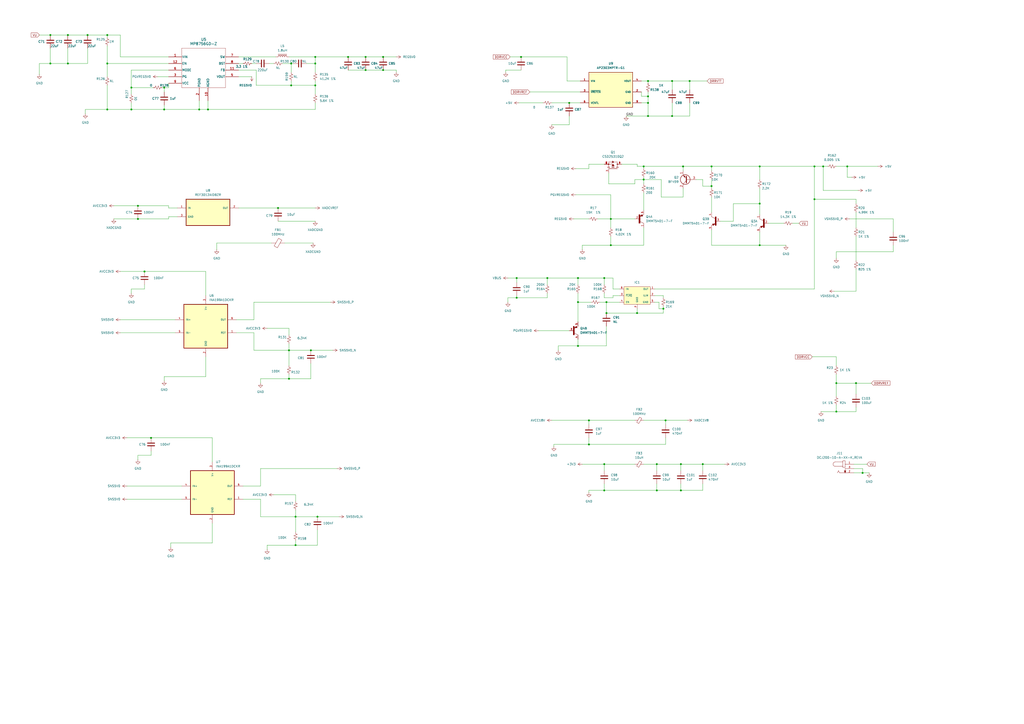
<source format=kicad_sch>
(kicad_sch (version 20250114) (generator "eeschema") (generator_version "9.0")
  (paper "A2")
  (lib_symbols
    (symbol "2025-06-02_10-01-00:MP8756GD-Z" (pin_names (offset 0.254))
      (property "Reference" "U" (at 20.32 10.16 0))
      (property "Value" "MP8756GD-Z" (at 20.32 7.62 0))
      (symbol "MP8756GD-Z_0_1"
        (pin power_in line (at 0 0 0) (length 7.62) (name "VIN") (number "1"))
        (pin input line (at 0 -3.81 0) (length 7.62) (name "EN") (number "12"))
        (pin output line (at 0 -11.43 0) (length 7.62) (name "PG") (number "3"))
        (pin power_in line (at 0 -15.24 0) (length 7.62) (name "VCC") (number "9"))
        (pin power_in line (at 17.78 -25.4 90) (length 7.62) (name "PGND") (number "2"))
        (pin power_in line (at 22.86 -25.4 90) (length 7.62) (name "AGND") (number "10"))
        (pin output line (at 40.64 0 180) (length 7.62) (name "SW") (number "7"))
        (pin power_in line (at 40.64 -3.81 180) (length 7.62) (name "BST") (number "8"))
        (pin power_in line (at 40.64 -11.43 180) (length 7.62) (name "VOUT") (number "5"))
      )
      (symbol "MP8756GD-Z_1_1"
        (pin passive line (at 0 -7.62 0) (length 7.62) (name "MODE") (number "6"))
        (pin passive line (at 40.64 -7.62 180) (length 7.62) (name "FB") (number "11"))
      )
    )
    (symbol "AP2303MPTR-G1:AP2303MPTR-G1" (pin_names (offset 1.016))
      (property "Reference" "U" (at -12.7 12.7 0))
      (property "Value" "AP2303MPTR-G1" (at -12.7 -12.7 0))
      (symbol "AP2303MPTR-G1_0_0"
        (pin input line (at -17.78 5.08 0) (length 5.08) (name "VIN") (number "1"))
        (pin input line (at -17.78 -1.27 0) (length 5.08) (name "~{VREFEN}") (number "3"))
        (pin power_in line (at -17.78 -7.62 0) (length 5.08) (name "VCNTL") (number "6"))
        (pin output line (at 17.78 5.08 180) (length 5.08) (name "VOUT") (number "4"))
      )
      (symbol "AP2303MPTR-G1_1_0"
        (pin passive line (at 17.78 -1.27 180) (length 5.08) (name "GND") (number "2"))
        (pin passive line (at 17.78 -7.62 180) (length 5.08) (name "GND") (number "9"))
      )
    )
    (symbol "CSD25310Q2:CSD25310Q2" (pin_names (offset 1.016))
      (property "Reference" "Q" (at -8.89 3.81 0))
      (property "Value" "CSD25310Q2" (at 1.27 -2.54 0))
      (symbol "CSD25310Q2_0_0"
        (pin passive line (at -4.445 1.905 0) (length 2.54) (name "~") (number "1"))
        (pin passive line (at -4.445 1.905 0) (length 2.54) (name "~") (number "2"))
        (pin passive line (at -4.445 1.905 0) (length 2.54) (name "~") (number "5"))
        (pin passive line (at -4.445 1.905 0) (length 2.54) (name "~") (number "6"))
        (pin passive line (at -4.445 1.905 0) (length 2.54) (name "~") (number "7"))
        (pin passive line (at -1.905 -3.175 90) (length 2.54) (name "~") (number "3"))
        (pin passive line (at 5.715 1.905 180) (length 2.54) (name "~") (number "4"))
        (pin passive line (at 5.715 1.905 180) (length 2.54) (name "~") (number "8"))
      )
    )
    (symbol "DCJ200-10-A-XX-K_REVA:DCJ200-10-A-XX-K_REVA" (pin_names (offset 1.016))
      (property "Reference" "J" (at -7.6272 5.0848 0))
      (property "Value" "DCJ200-10-A-XX-K_REVA" (at -7.6313 -5.0875 0))
      (symbol "DCJ200-10-A-XX-K_REVA_0_0"
        (pin passive line (at 5.08 2.54 180) (length 5.08) (name "~") (number "1"))
        (pin passive line (at 5.08 0 180) (length 5.08) (name "~") (number "3"))
        (pin passive line (at 5.08 -2.54 180) (length 5.08) (name "~") (number "2"))
      )
    )
    (symbol "DMMT5401-7-F:DMMT5401-7-F" (pin_names (offset 1.016))
      (property "Reference" "Q" (at -10.1838 5.0979 0))
      (property "Value" "DMMT5401-7-F" (at -10.1947 -7.6027 0))
      (symbol "DMMT5401-7-F_1_0"
        (pin passive line (at -2.54 0 0) (length 2.54) (name "~") (number "2"))
        (pin passive line (at 2.54 5.08 270) (length 2.54) (name "~") (number "6"))
        (pin passive line (at 2.54 -5.08 90) (length 2.54) (name "~") (number "1"))
      )
      (symbol "DMMT5401-7-F_2_0"
        (pin passive line (at -2.54 0 0) (length 2.54) (name "~") (number "3"))
        (pin passive line (at 2.54 5.08 270) (length 2.54) (name "~") (number "5"))
        (pin passive line (at 2.54 -5.08 90) (length 2.54) (name "~") (number "4"))
      )
    )
    (symbol "Device:C" (pin_numbers (hide yes)) (pin_names (offset 0.254))
      (property "Reference" "C" (at 0.635 2.54 0))
      (property "Value" "C" (at 0.635 -2.54 0))
      (symbol "C_1_1"
        (pin passive line (at 0 3.81 270) (length 2.794) (name "~") (number "1"))
        (pin passive line (at 0 -3.81 90) (length 2.794) (name "~") (number "2"))
      )
    )
    (symbol "Device:FerriteBead" (pin_numbers (hide yes)) (pin_names (offset 0))
      (property "Reference" "FB" (at -3.81 0.635 90))
      (property "Value" "FerriteBead" (at 3.81 0 90))
      (symbol "FerriteBead_1_1"
        (pin passive line (at 0 3.81 270) (length 2.54) (name "~") (number "1"))
        (pin passive line (at 0 -3.81 90) (length 2.54) (name "~") (number "2"))
      )
    )
    (symbol "Device:FerriteBead_Small" (pin_numbers (hide yes)) (pin_names (offset 0))
      (property "Reference" "FB" (at 1.905 1.27 0))
      (property "Value" "FerriteBead_Small" (at 1.905 -1.27 0))
      (symbol "FerriteBead_Small_1_1"
        (pin passive line (at 0 2.54 270) (length 1.27) (name "~") (number "1"))
        (pin passive line (at 0 -2.54 90) (length 1.27) (name "~") (number "2"))
      )
    )
    (symbol "Device:L_Iron" (pin_numbers (hide yes)) (pin_names (offset 1.016) (hide yes))
      (property "Reference" "L" (at -1.27 0 90))
      (property "Value" "L_Iron" (at 2.794 0 90))
      (symbol "L_Iron_1_1"
        (pin passive line (at 0 3.81 270) (length 1.27) (name "1") (number "1"))
        (pin passive line (at 0 -3.81 90) (length 1.27) (name "2") (number "2"))
      )
    )
    (symbol "Device:R_Small_US" (pin_numbers (hide yes)) (pin_names (offset 0.254) (hide yes))
      (property "Reference" "R" (at 0.762 0.508 0))
      (property "Value" "R_Small_US" (at 0.762 -1.016 0))
      (symbol "R_Small_US_1_1"
        (pin passive line (at 0 2.54 270) (length 1.016) (name "~") (number "1"))
        (pin passive line (at 0 -2.54 90) (length 1.016) (name "~") (number "2"))
      )
    )
    (symbol "GND_1" (power) (pin_numbers (hide yes)) (pin_names (offset 0) (hide yes))
      (property "Value" "GND" (at 0 -3.81 0))
      (symbol "GND_1_1_1"
        (pin power_in line (at 0 0 270) (length 0) (name "~") (number "1"))
      )
    )
    (symbol "GND_2" (power) (pin_numbers (hide yes)) (pin_names (offset 0) (hide yes))
      (property "Value" "GND" (at 0 -3.81 0))
      (symbol "GND_2_1_1"
        (pin power_in line (at 0 0 270) (length 0) (name "~") (number "1"))
      )
    )
    (symbol "GND_3" (power) (pin_numbers (hide yes)) (pin_names (offset 0) (hide yes))
      (property "Value" "GND" (at 0 -3.81 0))
      (symbol "GND_3_1_1"
        (pin power_in line (at 0 0 270) (length 0) (name "~") (number "1"))
      )
    )
    (symbol "GND_4" (power) (pin_numbers (hide yes)) (pin_names (offset 0) (hide yes))
      (property "Value" "GND" (at 0 -3.81 0))
      (symbol "GND_4_1_1"
        (pin power_in line (at 0 0 270) (length 0) (name "~") (number "1"))
      )
    )
    (symbol "INA199A1DCKR_1" (pin_names (offset 1.016))
      (property "Reference" "U" (at -12.7 13.7 0))
      (property "Value" "INA199A1DCKR" (at -7.62 -0.508 0))
      (symbol "INA199A1DCKR_1_0_0"
        (pin input line (at -17.78 3.81 0) (length 5.08) (name "IN+") (number "4"))
        (pin input line (at -17.78 -3.81 0) (length 5.08) (name "IN-") (number "5"))
        (pin power_in line (at 0 17.78 270) (length 5.08) (name "V+") (number "3"))
        (pin power_in line (at 0 -17.78 90) (length 5.08) (name "GND") (number "2"))
        (pin input line (at 17.78 -3.81 180) (length 5.08) (name "REF") (number "1"))
      )
      (symbol "INA199A1DCKR_1_1_0"
        (pin passive line (at 17.78 3.81 180) (length 5.08) (name "OUT") (number "6"))
      )
    )
    (symbol "NCP380HMUAJAATBG:NCP380HMUAJAATBG" (pin_names (offset 1.016))
      (property "Reference" "IC" (at -0.254 1.27 0))
      (symbol "NCP380HMUAJAATBG_1_0"
        (pin bidirectional line (at -10.16 3.81 0) (length 2.54) (name "IN") (number "6"))
        (pin bidirectional line (at -10.16 0 0) (length 2.54) (name "~{FLAG}") (number "3"))
        (pin bidirectional line (at -10.16 -3.81 0) (length 2.54) (name "EN") (number "4"))
        (pin bidirectional line (at 0 -7.62 90) (length 2.54) (name "GND") (number "P"))
        (pin bidirectional line (at 10.16 3.81 180) (length 2.54) (name "OUT") (number "1"))
        (pin bidirectional line (at 10.16 0 180) (length 2.54) (name "ILIM") (number "2"))
        (pin bidirectional line (at 10.16 -3.81 180) (length 2.54) (name "GND") (number "5"))
      )
    )
    (symbol "REF3012AIDBZR:REF3012AIDBZR" (pin_names (offset 1.016))
      (property "Reference" "U" (at -5.3698 9.1363 0))
      (property "Value" "REF3012AIDBZR" (at -4.5099 -14.1411 0))
      (symbol "REF3012AIDBZR_0_0"
        (pin power_in line (at -17.78 0 0) (length 5.08) (name "IN") (number "1"))
        (pin passive line (at -17.78 -5.08 0) (length 5.08) (name "GND") (number "3"))
        (pin output line (at 17.78 0 180) (length 5.08) (name "OUT") (number "2"))
      )
    )
    (symbol "Transistor_BJT:BF459" (pin_names (offset 0) (hide yes))
      (property "Reference" "Q" (at 5.08 1.905 0))
      (property "Value" "BF459" (at 5.08 0 0))
      (symbol "BF459_1_1"
        (pin input line (at -5.08 0 0) (length 2.54) (name "B") (number "3"))
        (pin passive line (at 2.54 5.08 270) (length 2.54) (name "C") (number "2"))
        (pin passive line (at 2.54 -5.08 90) (length 2.54) (name "E") (number "1"))
      )
    )
    (symbol "power:+3V3" (power) (pin_numbers (hide yes)) (pin_names (offset 0) (hide yes))
      (property "Value" "+3V3" (at 0 3.556 0))
      (symbol "+3V3_1_1"
        (pin power_in line (at 0 0 90) (length 0) (name "~") (number "1"))
      )
    )
    (symbol "power:+5V" (power) (pin_numbers (hide yes)) (pin_names (offset 0) (hide yes))
      (property "Value" "+5V" (at 0 3.556 0))
      (symbol "+5V_1_1"
        (pin power_in line (at 0 0 90) (length 0) (name "~") (number "1"))
      )
    )
    (symbol "power:GND" (power) (pin_numbers (hide yes)) (pin_names (offset 0) (hide yes))
      (property "Value" "GND" (at 0 -3.81 0))
      (symbol "GND_1_1"
        (pin power_in line (at 0 0 270) (length 0) (name "~") (number "1"))
      )
    )
    (symbol "power:VCC" (power) (pin_numbers (hide yes)) (pin_names (offset 0) (hide yes))
      (property "Value" "VCC" (at 0 3.556 0))
      (symbol "VCC_1_1"
        (pin power_in line (at 0 0 90) (length 0) (name "~") (number "1"))
      )
    )
  )
  (junction (at 389.89 67.31))
  (junction (at 412.75 107.95))
  (junction (at 375.92 46.99))
  (junction (at 95.25 50.8))
  (junction (at 389.89 46.99))
  (junction (at 161.29 120.65))
  (junction (at 440.69 142.24))
  (junction (at 62.23 63.5))
  (junction (at 180.34 203.2))
  (junction (at 384.81 179.07))
  (junction (at 496.57 222.25))
  (junction (at 472.44 115.57))
  (junction (at 394.97 284.48))
  (junction (at 171.45 316.23))
  (junction (at 335.28 161.29))
  (junction (at 39.37 20.32))
  (junction (at 394.97 269.24))
  (junction (at 95.25 63.5))
  (junction (at 485.14 222.25))
  (junction (at 440.69 118.11))
  (junction (at 80.01 127))
  (junction (at 299.72 161.29))
  (junction (at 182.88 49.53))
  (junction (at 115.57 63.5))
  (junction (at 477.52 96.52))
  (junction (at 168.91 36.83))
  (junction (at 400.05 46.99))
  (junction (at 375.92 59.69))
  (junction (at 351.79 181.61))
  (junction (at 201.93 33.02))
  (junction (at 62.23 36.83))
  (junction (at 341.63 257.81))
  (junction (at 491.49 96.52))
  (junction (at 171.45 299.72))
  (junction (at 212.09 40.64))
  (junction (at 375.92 67.31))
  (junction (at 412.75 96.52))
  (junction (at 167.64 203.2))
  (junction (at 500.38 274.32))
  (junction (at 222.25 40.64))
  (junction (at 485.14 238.76))
  (junction (at 354.33 142.24))
  (junction (at 168.91 49.53))
  (junction (at 351.79 175.26))
  (junction (at 354.33 127))
  (junction (at 375.92 55.88))
  (junction (at 472.44 96.52))
  (junction (at 335.28 200.66))
  (junction (at 299.72 172.72))
  (junction (at 386.08 243.84))
  (junction (at 120.65 63.5))
  (junction (at 76.2 63.5))
  (junction (at 440.69 96.52))
  (junction (at 76.2 50.8))
  (junction (at 350.52 269.24))
  (junction (at 184.15 299.72))
  (junction (at 182.88 33.02))
  (junction (at 396.24 96.52))
  (junction (at 87.63 254))
  (junction (at 29.21 20.32))
  (junction (at 39.37 36.83))
  (junction (at 212.09 33.02))
  (junction (at 29.21 36.83))
  (junction (at 341.63 243.84))
  (junction (at 350.52 284.48))
  (junction (at 350.52 161.29))
  (junction (at 182.88 36.83))
  (junction (at 83.82 157.48))
  (junction (at 302.26 33.02))
  (junction (at 381 284.48))
  (junction (at 381 269.24))
  (junction (at 373.38 104.14))
  (junction (at 335.28 175.26))
  (junction (at 167.64 219.71))
  (junction (at 80.01 119.38))
  (junction (at 62.23 20.32))
  (junction (at 222.25 33.02))
  (junction (at 317.5 161.29))
  (junction (at 407.67 269.24))
  (junction (at 330.2 59.69))
  (junction (at 369.57 181.61))
  (junction (at 50.8 20.32))
  (junction (at 373.38 96.52))
  (wire (pts (xy 396.24 109.22) (xy 396.24 114.3)))
  (wire (pts (xy 496.57 156.21) (xy 496.57 168.91)))
  (wire (pts (xy 335.28 196.85) (xy 335.28 200.66)))
  (wire (pts (xy 95.25 60.96) (xy 95.25 63.5)))
  (wire (pts (xy 518.16 127) (xy 518.16 134.62)))
  (wire (pts (xy 335.28 161.29) (xy 350.52 161.29)))
  (wire (pts (xy 62.23 26.67) (xy 62.23 36.83)))
  (wire (pts (xy 485.14 238.76) (xy 496.57 238.76)))
  (wire (pts (xy 477.52 110.49) (xy 497.84 110.49)))
  (wire (pts (xy 167.64 194.31) (xy 167.64 190.5)))
  (wire (pts (xy 151.13 271.78) (xy 195.58 271.78)))
  (wire (pts (xy 394.97 269.24) (xy 407.67 269.24)))
  (wire (pts (xy 49.53 63.5) (xy 62.23 63.5)))
  (wire (pts (xy 137.16 193.04) (xy 147.32 193.04)))
  (wire (pts (xy 485.14 146.05) (xy 518.16 146.05)))
  (wire (pts (xy 330.2 67.31) (xy 330.2 72.39)))
  (wire (pts (xy 69.85 193.04) (xy 101.6 193.04)))
  (wire (pts (xy 485.14 222.25) (xy 485.14 229.87)))
  (wire (pts (xy 347.98 175.26) (xy 351.79 175.26)))
  (wire (pts (xy 425.45 128.27) (xy 425.45 118.11)))
  (wire (pts (xy 483.87 168.91) (xy 496.57 168.91)))
  (wire (pts (xy 201.93 33.02) (xy 212.09 33.02)))
  (wire (pts (xy 180.34 203.2) (xy 193.04 203.2)))
  (wire (pts (xy 351.79 181.61) (xy 369.57 181.61)))
  (wire (pts (xy 168.91 36.83) (xy 170.18 36.83)))
  (wire (pts (xy 147.32 185.42) (xy 147.32 175.26)))
  (wire (pts (xy 151.13 299.72) (xy 171.45 299.72)))
  (wire (pts (xy 375.92 53.34) (xy 375.92 55.88)))
  (wire (pts (xy 341.63 243.84) (xy 341.63 246.38)))
  (wire (pts (xy 69.85 20.32) (xy 62.23 20.32)))
  (wire (pts (xy 355.6 171.45) (xy 355.6 172.72)))
  (wire (pts (xy 307.34 53.34) (xy 336.55 53.34)))
  (wire (pts (xy 138.43 36.83) (xy 140.97 36.83)))
  (wire (pts (xy 373.38 132.08) (xy 373.38 142.24)))
  (wire (pts (xy 383.54 114.3) (xy 383.54 104.14)))
  (wire (pts (xy 368.3 104.14) (xy 373.38 104.14)))
  (wire (pts (xy 472.44 115.57) (xy 496.57 115.57)))
  (wire (pts (xy 403.86 104.14) (xy 407.67 104.14)))
  (wire (pts (xy 99.06 314.96) (xy 99.06 317.5)))
  (wire (pts (xy 368.3 106.68) (xy 368.3 104.14)))
  (wire (pts (xy 394.97 280.67) (xy 394.97 284.48)))
  (wire (pts (xy 485.14 96.52) (xy 491.49 96.52)))
  (wire (pts (xy 412.75 114.3) (xy 412.75 123.19)))
  (wire (pts (xy 76.2 50.8) (xy 88.9 50.8)))
  (wire (pts (xy 472.44 96.52) (xy 477.52 96.52)))
  (wire (pts (xy 154.94 316.23) (xy 154.94 318.77)))
  (wire (pts (xy 97.79 125.73) (xy 97.79 127)))
  (wire (pts (xy 485.14 146.05) (xy 485.14 149.86)))
  (wire (pts (xy 137.16 185.42) (xy 147.32 185.42)))
  (wire (pts (xy 161.29 128.27) (xy 182.88 128.27)))
  (wire (pts (xy 407.67 273.05) (xy 407.67 269.24)))
  (wire (pts (xy 375.92 55.88) (xy 375.92 59.69)))
  (wire (pts (xy 389.89 67.31) (xy 400.05 67.31)))
  (wire (pts (xy 87.63 261.62) (xy 87.63 264.16)))
  (wire (pts (xy 496.57 123.19) (xy 496.57 132.08)))
  (wire (pts (xy 95.25 50.8) (xy 95.25 53.34)))
  (wire (pts (xy 459.74 129.54) (xy 463.55 129.54)))
  (wire (pts (xy 346.71 127) (xy 354.33 127)))
  (wire (pts (xy 373.38 102.87) (xy 373.38 104.14)))
  (wire (pts (xy 171.45 313.69) (xy 171.45 316.23)))
  (wire (pts (xy 485.14 212.09) (xy 485.14 207.01)))
  (wire (pts (xy 99.06 314.96) (xy 123.19 314.96)))
  (wire (pts (xy 496.57 115.57) (xy 496.57 118.11)))
  (wire (pts (xy 177.8 36.83) (xy 182.88 36.83)))
  (wire (pts (xy 95.25 218.44) (xy 95.25 220.98)))
  (wire (pts (xy 372.11 55.88) (xy 375.92 55.88)))
  (wire (pts (xy 373.38 96.52) (xy 373.38 97.79)))
  (wire (pts (xy 350.52 161.29) (xy 350.52 165.1)))
  (wire (pts (xy 384.81 179.07) (xy 384.81 181.61)))
  (wire (pts (xy 299.72 172.72) (xy 317.5 172.72)))
  (wire (pts (xy 125.73 140.97) (xy 125.73 144.78)))
  (wire (pts (xy 389.89 46.99) (xy 389.89 52.07)))
  (wire (pts (xy 351.79 175.26) (xy 359.41 175.26)))
  (wire (pts (xy 373.38 104.14) (xy 383.54 104.14)))
  (wire (pts (xy 445.77 129.54) (xy 454.66 129.54)))
  (wire (pts (xy 167.64 217.17) (xy 167.64 219.71)))
  (wire (pts (xy 222.25 33.02) (xy 212.09 33.02)))
  (wire (pts (xy 76.2 167.64) (xy 83.82 167.64)))
  (wire (pts (xy 73.66 254) (xy 87.63 254)))
  (wire (pts (xy 102.87 125.73) (xy 97.79 125.73)))
  (wire (pts (xy 95.25 63.5) (xy 115.57 63.5)))
  (wire (pts (xy 167.64 219.71) (xy 180.34 219.71)))
  (wire (pts (xy 293.37 40.64) (xy 302.26 40.64)))
  (wire (pts (xy 440.69 118.11) (xy 440.69 124.46)))
  (wire (pts (xy 171.45 299.72) (xy 171.45 308.61)))
  (wire (pts (xy 171.45 299.72) (xy 184.15 299.72)))
  (wire (pts (xy 389.89 46.99) (xy 400.05 46.99)))
  (wire (pts (xy 369.57 96.52) (xy 373.38 96.52)))
  (wire (pts (xy 138.43 33.02) (xy 160.02 33.02)))
  (wire (pts (xy 317.5 161.29) (xy 335.28 161.29)))
  (wire (pts (xy 163.83 36.83) (xy 168.91 36.83)))
  (wire (pts (xy 336.55 46.99) (xy 328.93 46.99)))
  (wire (pts (xy 146.05 36.83) (xy 148.59 36.83)))
  (wire (pts (xy 381 269.24) (xy 394.97 269.24)))
  (wire (pts (xy 66.04 127) (xy 80.01 127)))
  (wire (pts (xy 373.38 111.76) (xy 373.38 121.92)))
  (wire (pts (xy 381 284.48) (xy 394.97 284.48)))
  (wire (pts (xy 412.75 133.35) (xy 412.75 142.24)))
  (wire (pts (xy 491.49 96.52) (xy 509.27 96.52)))
  (wire (pts (xy 73.66 289.56) (xy 105.41 289.56)))
  (wire (pts (xy 407.67 269.24) (xy 420.37 269.24)))
  (wire (pts (xy 341.63 95.25) (xy 341.63 97.79)))
  (wire (pts (xy 80.01 119.38) (xy 97.79 119.38)))
  (wire (pts (xy 97.79 36.83) (xy 62.23 36.83)))
  (wire (pts (xy 369.57 181.61) (xy 384.81 181.61)))
  (wire (pts (xy 123.19 303.53) (xy 123.19 314.96)))
  (wire (pts (xy 138.43 120.65) (xy 161.29 120.65)))
  (wire (pts (xy 95.25 218.44) (xy 119.38 218.44)))
  (wire (pts (xy 360.68 95.25) (xy 369.57 95.25)))
  (wire (pts (xy 165.1 140.97) (xy 181.61 140.97)))
  (wire (pts (xy 341.63 284.48) (xy 341.63 285.75)))
  (wire (pts (xy 363.22 67.31) (xy 375.92 67.31)))
  (wire (pts (xy 373.38 269.24) (xy 381 269.24)))
  (wire (pts (xy 76.2 59.69) (xy 76.2 63.5)))
  (wire (pts (xy 355.6 171.45) (xy 359.41 171.45)))
  (wire (pts (xy 320.04 72.39) (xy 330.2 72.39)))
  (wire (pts (xy 337.82 142.24) (xy 337.82 144.78)))
  (wire (pts (xy 485.14 217.17) (xy 485.14 222.25)))
  (wire (pts (xy 91.44 44.45) (xy 97.79 44.45)))
  (wire (pts (xy 295.91 33.02) (xy 302.26 33.02)))
  (wire (pts (xy 95.25 50.8) (xy 97.79 50.8)))
  (wire (pts (xy 167.64 203.2) (xy 180.34 203.2)))
  (wire (pts (xy 476.25 238.76) (xy 485.14 238.76)))
  (wire (pts (xy 379.73 171.45) (xy 384.81 171.45)))
  (wire (pts (xy 379.73 175.26) (xy 382.27 175.26)))
  (wire (pts (xy 477.52 96.52) (xy 477.52 110.49)))
  (wire (pts (xy 182.88 49.53) (xy 182.88 54.61)))
  (wire (pts (xy 335.28 175.26) (xy 342.9 175.26)))
  (wire (pts (xy 299.72 161.29) (xy 317.5 161.29)))
  (wire (pts (xy 412.75 96.52) (xy 412.75 99.06)))
  (wire (pts (xy 440.69 142.24) (xy 455.93 142.24)))
  (wire (pts (xy 350.52 170.18) (xy 350.52 172.72)))
  (wire (pts (xy 161.29 120.65) (xy 182.88 120.65)))
  (wire (pts (xy 496.57 236.22) (xy 496.57 238.76)))
  (wire (pts (xy 440.69 96.52) (xy 440.69 104.14)))
  (wire (pts (xy 341.63 254) (xy 341.63 257.81)))
  (wire (pts (xy 382.27 175.26) (xy 382.27 179.07)))
  (wire (pts (xy 138.43 44.45) (xy 146.05 44.45)))
  (wire (pts (xy 69.85 33.02) (xy 69.85 20.32)))
  (wire (pts (xy 407.67 280.67) (xy 407.67 284.48)))
  (wire (pts (xy 323.85 200.66) (xy 335.28 200.66)))
  (wire (pts (xy 412.75 142.24) (xy 440.69 142.24)))
  (wire (pts (xy 147.32 193.04) (xy 147.32 203.2)))
  (wire (pts (xy 394.97 273.05) (xy 394.97 269.24)))
  (wire (pts (xy 320.04 243.84) (xy 341.63 243.84)))
  (wire (pts (xy 151.13 289.56) (xy 151.13 299.72)))
  (wire (pts (xy 312.42 191.77) (xy 330.2 191.77)))
  (wire (pts (xy 384.81 177.8) (xy 384.81 179.07)))
  (wire (pts (xy 396.24 96.52) (xy 396.24 99.06)))
  (wire (pts (xy 375.92 48.26) (xy 375.92 46.99)))
  (wire (pts (xy 492.76 127) (xy 518.16 127)))
  (wire (pts (xy 477.52 96.52) (xy 480.06 96.52)))
  (wire (pts (xy 386.08 243.84) (xy 386.08 246.38)))
  (wire (pts (xy 350.52 284.48) (xy 381 284.48)))
  (wire (pts (xy 76.2 50.8) (xy 76.2 54.61)))
  (wire (pts (xy 62.23 20.32) (xy 62.23 21.59)))
  (wire (pts (xy 317.5 161.29) (xy 317.5 165.1)))
  (wire (pts (xy 354.33 137.16) (xy 354.33 142.24)))
  (wire (pts (xy 412.75 104.14) (xy 412.75 107.95)))
  (wire (pts (xy 373.38 96.52) (xy 396.24 96.52)))
  (wire (pts (xy 147.32 175.26) (xy 191.77 175.26)))
  (wire (pts (xy 341.63 95.25) (xy 350.52 95.25)))
  (wire (pts (xy 354.33 127) (xy 354.33 113.03)))
  (wire (pts (xy 334.01 97.79) (xy 341.63 97.79)))
  (wire (pts (xy 381 269.24) (xy 381 273.05)))
  (wire (pts (xy 102.87 120.65) (xy 97.79 120.65)))
  (wire (pts (xy 341.63 284.48) (xy 350.52 284.48)))
  (wire (pts (xy 472.44 96.52) (xy 472.44 115.57)))
  (wire (pts (xy 119.38 207.01) (xy 119.38 218.44)))
  (wire (pts (xy 184.15 299.72) (xy 196.85 299.72)))
  (wire (pts (xy 182.88 33.02) (xy 201.93 33.02)))
  (wire (pts (xy 396.24 114.3) (xy 383.54 114.3)))
  (wire (pts (xy 119.38 171.45) (xy 119.38 157.48)))
  (wire (pts (xy 323.85 200.66) (xy 323.85 203.2)))
  (wire (pts (xy 168.91 36.83) (xy 168.91 41.91)))
  (wire (pts (xy 382.27 179.07) (xy 384.81 179.07)))
  (wire (pts (xy 299.72 171.45) (xy 299.72 172.72)))
  (wire (pts (xy 337.82 142.24) (xy 354.33 142.24)))
  (wire (pts (xy 373.38 104.14) (xy 373.38 106.68)))
  (wire (pts (xy 97.79 120.65) (xy 97.79 119.38)))
  (wire (pts (xy 335.28 161.29) (xy 335.28 165.1)))
  (wire (pts (xy 317.5 170.18) (xy 317.5 172.72)))
  (wire (pts (xy 341.63 257.81) (xy 386.08 257.81)))
  (wire (pts (xy 384.81 172.72) (xy 384.81 171.45)))
  (wire (pts (xy 229.87 33.02) (xy 222.25 33.02)))
  (wire (pts (xy 425.45 118.11) (xy 440.69 118.11)))
  (wire (pts (xy 350.52 269.24) (xy 368.3 269.24)))
  (wire (pts (xy 355.6 167.64) (xy 359.41 167.64)))
  (wire (pts (xy 485.14 234.95) (xy 485.14 238.76)))
  (wire (pts (xy 381 280.67) (xy 381 284.48)))
  (wire (pts (xy 351.79 175.26) (xy 351.79 181.61)))
  (wire (pts (xy 335.28 170.18) (xy 335.28 175.26)))
  (wire (pts (xy 222.25 40.64) (xy 212.09 40.64)))
  (wire (pts (xy 93.98 50.8) (xy 95.25 50.8)))
  (wire (pts (xy 472.44 115.57) (xy 472.44 167.64)))
  (wire (pts (xy 39.37 20.32) (xy 50.8 20.32)))
  (wire (pts (xy 400.05 67.31) (xy 400.05 59.69)))
  (wire (pts (xy 151.13 219.71) (xy 167.64 219.71)))
  (wire (pts (xy 182.88 46.99) (xy 182.88 49.53)))
  (wire (pts (xy 320.04 59.69) (xy 330.2 59.69)))
  (wire (pts (xy 407.67 107.95) (xy 412.75 107.95)))
  (wire (pts (xy 182.88 33.02) (xy 182.88 36.83)))
  (wire (pts (xy 412.75 96.52) (xy 440.69 96.52)))
  (wire (pts (xy 355.6 167.64) (xy 355.6 161.29)))
  (wire (pts (xy 386.08 243.84) (xy 398.78 243.84)))
  (wire (pts (xy 440.69 134.62) (xy 440.69 142.24)))
  (wire (pts (xy 140.97 289.56) (xy 151.13 289.56)))
  (wire (pts (xy 69.85 185.42) (xy 101.6 185.42)))
  (wire (pts (xy 115.57 63.5) (xy 120.65 63.5)))
  (wire (pts (xy 500.38 274.32) (xy 504.19 274.32)))
  (wire (pts (xy 354.33 127) (xy 354.33 132.08)))
  (wire (pts (xy 350.52 161.29) (xy 355.6 161.29)))
  (wire (pts (xy 386.08 257.81) (xy 386.08 254)))
  (wire (pts (xy 50.8 27.94) (xy 50.8 36.83)))
  (wire (pts (xy 229.87 40.64) (xy 229.87 41.91)))
  (wire (pts (xy 123.19 267.97) (xy 123.19 254)))
  (wire (pts (xy 407.67 284.48) (xy 394.97 284.48)))
  (wire (pts (xy 171.45 316.23) (xy 184.15 316.23)))
  (wire (pts (xy 76.2 63.5) (xy 95.25 63.5)))
  (wire (pts (xy 400.05 46.99) (xy 400.05 52.07)))
  (wire (pts (xy 171.45 290.83) (xy 171.45 287.02)))
  (wire (pts (xy 375.92 67.31) (xy 389.89 67.31)))
  (wire (pts (xy 76.2 40.64) (xy 76.2 50.8)))
  (wire (pts (xy 379.73 167.64) (xy 472.44 167.64)))
  (wire (pts (xy 115.57 58.42) (xy 115.57 63.5)))
  (wire (pts (xy 120.65 63.5) (xy 182.88 63.5)))
  (wire (pts (xy 337.82 269.24) (xy 350.52 269.24)))
  (wire (pts (xy 440.69 109.22) (xy 440.69 118.11)))
  (wire (pts (xy 299.72 161.29) (xy 299.72 163.83)))
  (wire (pts (xy 168.91 46.99) (xy 168.91 49.53)))
  (wire (pts (xy 140.97 281.94) (xy 151.13 281.94)))
  (wire (pts (xy 80.01 264.16) (xy 80.01 266.7)))
  (wire (pts (xy 302.26 33.02) (xy 328.93 33.02)))
  (wire (pts (xy 167.64 203.2) (xy 167.64 212.09)))
  (wire (pts (xy 80.01 264.16) (xy 87.63 264.16)))
  (wire (pts (xy 491.49 96.52) (xy 491.49 102.87)))
  (wire (pts (xy 97.79 33.02) (xy 69.85 33.02)))
  (wire (pts (xy 369.57 179.07) (xy 369.57 181.61)))
  (wire (pts (xy 350.52 172.72) (xy 355.6 172.72)))
  (wire (pts (xy 350.52 280.67) (xy 350.52 284.48)))
  (wire (pts (xy 87.63 254) (xy 123.19 254)))
  (wire (pts (xy 97.79 48.26) (xy 97.79 50.8)))
  (wire (pts (xy 29.21 36.83) (xy 39.37 36.83)))
  (wire (pts (xy 69.85 157.48) (xy 83.82 157.48)))
  (wire (pts (xy 495.3 271.78) (xy 500.38 271.78)))
  (wire (pts (xy 180.34 210.82) (xy 180.34 219.71)))
  (wire (pts (xy 396.24 96.52) (xy 412.75 96.52)))
  (wire (pts (xy 500.38 271.78) (xy 500.38 274.32)))
  (wire (pts (xy 62.23 49.53) (xy 62.23 63.5)))
  (wire (pts (xy 167.64 199.39) (xy 167.64 203.2)))
  (wire (pts (xy 22.86 36.83) (xy 29.21 36.83)))
  (wire (pts (xy 73.66 281.94) (xy 105.41 281.94)))
  (wire (pts (xy 485.14 207.01) (xy 471.17 207.01)))
  (wire (pts (xy 39.37 36.83) (xy 50.8 36.83)))
  (wire (pts (xy 184.15 307.34) (xy 184.15 316.23)))
  (wire (pts (xy 22.86 36.83) (xy 22.86 43.18)))
  (wire (pts (xy 485.14 222.25) (xy 496.57 222.25)))
  (wire (pts (xy 83.82 165.1) (xy 83.82 167.64)))
  (wire (pts (xy 168.91 49.53) (xy 182.88 49.53)))
  (wire (pts (xy 22.86 20.32) (xy 29.21 20.32)))
  (wire (pts (xy 491.49 102.87) (xy 494.03 102.87)))
  (wire (pts (xy 354.33 127) (xy 368.3 127)))
  (wire (pts (xy 389.89 59.69) (xy 389.89 67.31)))
  (wire (pts (xy 294.64 172.72) (xy 294.64 175.26)))
  (wire (pts (xy 50.8 20.32) (xy 62.23 20.32)))
  (wire (pts (xy 341.63 243.84) (xy 368.3 243.84)))
  (wire (pts (xy 39.37 27.94) (xy 39.37 36.83)))
  (wire (pts (xy 158.75 287.02) (xy 171.45 287.02)))
  (wire (pts (xy 332.74 127) (xy 341.63 127)))
  (wire (pts (xy 300.99 59.69) (xy 314.96 59.69)))
  (wire (pts (xy 354.33 142.24) (xy 373.38 142.24)))
  (wire (pts (xy 151.13 219.71) (xy 151.13 222.25)))
  (wire (pts (xy 66.04 119.38) (xy 80.01 119.38)))
  (wire (pts (xy 167.64 33.02) (xy 182.88 33.02)))
  (wire (pts (xy 400.05 46.99) (xy 410.21 46.99)))
  (wire (pts (xy 294.64 161.29) (xy 299.72 161.29)))
  (wire (pts (xy 334.01 113.03) (xy 354.33 113.03)))
  (wire (pts (xy 375.92 46.99) (xy 389.89 46.99)))
  (wire (pts (xy 321.31 257.81) (xy 321.31 259.08)))
  (wire (pts (xy 373.38 243.84) (xy 386.08 243.84)))
  (wire (pts (xy 29.21 20.32) (xy 39.37 20.32)))
  (wire (pts (xy 83.82 157.48) (xy 119.38 157.48)))
  (wire (pts (xy 120.65 58.42) (xy 120.65 63.5)))
  (wire (pts (xy 151.13 281.94) (xy 151.13 271.78)))
  (wire (pts (xy 412.75 109.22) (xy 412.75 107.95)))
  (wire (pts (xy 496.57 137.16) (xy 496.57 151.13)))
  (wire (pts (xy 353.06 106.68) (xy 368.3 106.68)))
  (wire (pts (xy 351.79 189.23) (xy 351.79 200.66)))
  (wire (pts (xy 518.16 142.24) (xy 518.16 146.05)))
  (wire (pts (xy 321.31 257.81) (xy 341.63 257.81)))
  (wire (pts (xy 62.23 36.83) (xy 62.23 44.45)))
  (wire (pts (xy 440.69 96.52) (xy 472.44 96.52)))
  (wire (pts (xy 369.57 95.25) (xy 369.57 96.52)))
  (wire (pts (xy 328.93 46.99) (xy 328.93 33.02)))
  (wire (pts (xy 49.53 63.5) (xy 49.53 66.04)))
  (wire (pts (xy 375.92 59.69) (xy 375.92 67.31)))
  (wire (pts (xy 496.57 222.25) (xy 496.57 228.6)))
  (wire (pts (xy 182.88 59.69) (xy 182.88 63.5)))
  (wire (pts (xy 417.83 128.27) (xy 425.45 128.27)))
  (wire (pts (xy 80.01 127) (xy 97.79 127)))
  (wire (pts (xy 495.3 269.24) (xy 502.92 269.24)))
  (wire (pts (xy 148.59 40.64) (xy 148.59 49.53)))
  (wire (pts (xy 372.11 53.34) (xy 372.11 55.88)))
  (wire (pts (xy 496.57 222.25) (xy 505.46 222.25)))
  (wire (pts (xy 154.94 190.5) (xy 167.64 190.5)))
  (wire (pts (xy 125.73 140.97) (xy 157.48 140.97)))
  (wire (pts (xy 335.28 200.66) (xy 351.79 200.66)))
  (wire (pts (xy 335.28 175.26) (xy 335.28 186.69)))
  (wire (pts (xy 407.67 104.14) (xy 407.67 107.95)))
  (wire (pts (xy 156.21 36.83) (xy 158.75 36.83)))
  (wire (pts (xy 147.32 203.2) (xy 167.64 203.2)))
  (wire (pts (xy 138.43 40.64) (xy 148.59 40.64)))
  (wire (pts (xy 76.2 167.64) (xy 76.2 170.18)))
  (wire (pts (xy 293.37 41.91) (xy 293.37 40.64)))
  (wire (pts (xy 294.64 172.72) (xy 299.72 172.72)))
  (wire (pts (xy 148.59 49.53) (xy 168.91 49.53)))
  (wire (pts (xy 212.09 40.64) (xy 201.93 40.64)))
  (wire (pts (xy 229.87 40.64) (xy 222.25 40.64)))
  (wire (pts (xy 372.11 59.69) (xy 375.92 59.69)))
  (wire (pts (xy 171.45 295.91) (xy 171.45 299.72)))
  (wire (pts (xy 97.79 40.64) (xy 76.2 40.64)))
  (wire (pts (xy 330.2 59.69) (xy 336.55 59.69)))
  (wire (pts (xy 182.88 36.83) (xy 182.88 41.91)))
  (wire (pts (xy 495.3 274.32) (xy 500.38 274.32)))
  (wire (pts (xy 154.94 316.23) (xy 171.45 316.23)))
  (wire (pts (xy 29.21 27.94) (xy 29.21 36.83)))
  (wire (pts (xy 350.52 269.24) (xy 350.52 273.05)))
  (wire (pts (xy 62.23 63.5) (xy 76.2 63.5)))
  (wire (pts (xy 372.11 46.99) (xy 375.92 46.99)))
  (wire (pts (xy 353.06 100.33) (xy 353.06 106.68)))
  (label "GND" (at 363.22 67.31 0))
  (global_label "VU" (shape input) (at 502.92 269.24 0) (property "Intersheetrefs" "${INTERSHEET_REFS}" (effects (hide yes))))
  (global_label "DDRVREF" (shape input) (at 307.34 53.34 180) (property "Intersheetrefs" "${INTERSHEET_REFS}" (effects (hide yes))))
  (global_label "DDRVCC" (shape input) (at 471.17 207.01 180) (property "Intersheetrefs" "${INTERSHEET_REFS}" (effects (hide yes))))
  (global_label "DDRVREF" (shape input) (at 505.46 222.25 0) (property "Intersheetrefs" "${INTERSHEET_REFS}" (effects (hide yes))))
  (global_label "DRRVTT" (shape input) (at 410.21 46.99 0) (property "Intersheetrefs" "${INTERSHEET_REFS}" (effects (hide yes))))
  (global_label "VU" (shape input) (at 22.86 20.32 180) (property "Intersheetrefs" "${INTERSHEET_REFS}" (effects (hide yes))))
  (global_label "VU" (shape input) (at 463.55 129.54 0) (property "Intersheetrefs" "${INTERSHEET_REFS}" (effects (hide yes))))
  (global_label "DDRVCC" (shape input) (at 295.91 33.02 180) (property "Intersheetrefs" "${INTERSHEET_REFS}" (effects (hide yes))))
  (symbol (lib_id "Device:R_Small_US") (at 182.88 44.45 0) (unit 1)
    (property "Reference" "R135" (at 185.42 43.1799 0) (effects (justify left)))
    (property "Value" "41.2K 1%" (at 185.42 45.7199 0) (effects (justify left)))
    (property "Footprint" "Resistor_SMD:R_0402_1005Metric" (effects (hide yes)))
  )
  (symbol (lib_id "Device:C") (at 381 276.86 0) (unit 1)
    (property "Reference" "C99" (at 384.175 275.5899 0) (effects (justify left)))
    (property "Value" "10uF" (at 384.175 278.1299 0) (effects (justify left)))
    (property "Footprint" "Capacitor_SMD:C_1206_3216Metric" (effects (hide yes)))
  )
  (symbol (lib_id "Device:C") (at 173.99 36.83 90) (unit 1)
    (property "Reference" "C80" (at 170.18 35.56 90))
    (property "Value" "NL" (at 176.53 35.56 90))
    (property "Footprint" "Capacitor_SMD:C_0402_1005Metric" (effects (hide yes)))
  )
  (symbol (lib_id "power:+3V3") (at 420.37 269.24 270) (unit 1)
    (property "Reference" "#PWR0275" (effects (hide yes)))
    (property "Value" "AVCC3V3" (at 424.18 269.2399 90) (effects (justify left)))
    (property "Description" "Power symbol creates a global label with name \"+3V3\"" (effects (hide yes)))
  )
  (symbol (lib_name "GND_1") (lib_id "power:GND") (at 337.82 144.78 0) (unit 1)
    (property "Reference" "#PWR025" (effects (hide yes)))
    (property "Value" "GND" (at 337.82 149.86 0))
    (property "Description" "Power symbol creates a global label with name \"GND\" , ground" (effects (hide yes)))
  )
  (symbol (lib_id "Device:R_Small_US") (at 171.45 293.37 180) (unit 1)
    (property "Reference" "R157" (at 167.64 292.1 0))
    (property "Value" "6.34K" (at 179.1254 292.649 0))
    (property "Footprint" "Resistor_SMD:R_0402_1005Metric" (effects (hide yes)))
  )
  (symbol (lib_id "Device:C") (at 351.79 185.42 0) (unit 1)
    (property "Reference" "C91" (at 355.6 184.1499 0) (effects (justify left)))
    (property "Value" "NL" (at 355.6 186.6899 0) (effects (justify left)))
    (property "Footprint" "Capacitor_SMD:C_0402_1005Metric" (effects (hide yes)))
  )
  (symbol (lib_id "Device:C") (at 341.63 250.19 0) (unit 1)
    (property "Reference" "C97" (at 345.44 248.9199 0) (effects (justify left)))
    (property "Value" "1uF" (at 345.44 251.4599 0) (effects (justify left)))
    (property "Footprint" "Capacitor_SMD:C_0805_2012Metric" (effects (hide yes)))
  )
  (symbol (lib_id "Device:R_Small_US") (at 344.17 127 90) (unit 1)
    (property "Reference" "R17" (at 344.17 120.65 90))
    (property "Value" "15K  1%" (at 344.17 123.19 90))
    (property "Footprint" "Resistor_SMD:R_0402_1005Metric" (effects (hide yes)))
  )
  (symbol (lib_id "Device:R_Small_US") (at 375.92 50.8 0) (unit 1)
    (property "Reference" "R138" (at 379.73 52.07 0))
    (property "Value" "1K" (at 383.54 49.53 0))
    (property "Footprint" "Resistor_SMD:R_0402_1005Metric" (effects (hide yes)))
  )
  (symbol (lib_id "Device:R_Small_US") (at 485.14 214.63 180) (unit 1)
    (property "Reference" "R23" (at 481.33 213.36 0))
    (property "Value" "1K 1%" (at 490.22 214.63 0))
    (property "Footprint" "Resistor_SMD:R_0402_1005Metric" (effects (hide yes)))
  )
  (symbol (lib_id "power:+3V3") (at 66.04 119.38 90) (unit 1)
    (property "Reference" "#PWR0227" (effects (hide yes)))
    (property "Value" "AVCC3V3" (at 62.23 119.3799 90) (effects (justify left)))
    (property "Description" "Power symbol creates a global label with name \"+3V3\"" (effects (hide yes)))
  )
  (symbol (lib_id "power:+5V") (at 146.05 44.45 180) (unit 1)
    (property "Reference" "#PWR0314" (effects (hide yes)))
    (property "Value" "REG5V0" (at 142.494 49.53 0))
    (property "Description" "Power symbol creates a global label with name \"+5V\"" (effects (hide yes)))
  )
  (symbol (lib_id "Device:R_Small_US") (at 373.38 100.33 180) (unit 1)
    (property "Reference" "R160" (at 374.65 100.33 0) (effects (justify right)))
    (property "Value" "20K" (at 376.555 102.87 0) (effects (justify right)))
    (property "Footprint" "Resistor_SMD:R_0402_1005Metric" (effects (hide yes)))
  )
  (symbol (lib_id "Device:R_Small_US") (at 182.88 57.15 0) (unit 1)
    (property "Reference" "R136" (at 185.42 55.8799 0) (effects (justify left)))
    (property "Value" "5.6K 1%" (at 185.42 58.4199 0) (effects (justify left)))
    (property "Footprint" "Resistor_SMD:R_0402_1005Metric" (effects (hide yes)))
  )
  (symbol (lib_id "power:VCC") (at 294.64 161.29 90) (unit 1)
    (property "Reference" "#PWR0268" (effects (hide yes)))
    (property "Value" "VBUS" (at 290.83 161.2899 90) (effects (justify left)))
    (property "Description" "Power symbol creates a global label with name \"VCC\"" (effects (hide yes)))
  )
  (symbol (lib_id "Device:C") (at 212.09 36.83 0) (unit 1)
    (property "Reference" "C84" (at 217.17 36.83 0))
    (property "Value" "47uF" (at 209.55 39.37 0))
    (property "Footprint" "Capacitor_SMD:C_0402_1005Metric" (effects (hide yes)))
  )
  (symbol (lib_id "DMMT5401-7-F:DMMT5401-7-F") (at 332.74 191.77 0) (unit 2)
    (property "Reference" "Q4" (at 336.55 190.4729 0) (effects (justify left)))
    (property "Value" "DMMT5401-7-F" (at 336.55 193.0129 0) (effects (justify left)))
    (property "Footprint" "DMMT5401-7-F:SOT95P285X140-6N" (effects (hide yes)))
    (property "MF" "Diodes Inc." (effects (hide yes)))
    (property "Description_1" "Transistor Dual PNP 150V 0.2A SOT26-6 | Diodes Inc DMMT5401-7-F" (effects (hide yes)))
    (property "Package" "SOT-23 Diodes Inc." (effects (hide yes)))
    (property "Price" "None" (effects (hide yes)))
    (property "Check_prices" "https://www.snapeda.com/parts/DMMT5401-7-F/Diodes+Inc./view-part/?ref=eda" (effects (hide yes)))
    (property "STANDARD" "IPC7351B" (effects (hide yes)))
    (property "PARTREV" "8" (effects (hide yes)))
    (property "SnapEDA_Link" "https://www.snapeda.com/parts/DMMT5401-7-F/Diodes+Inc./view-part/?ref=snap" (effects (hide yes)))
    (property "MP" "DMMT5401-7-F" (effects (hide yes)))
    (property "Availability" "In Stock" (effects (hide yes)))
    (property "MANUFACTURER" "Diodes Inc." (effects (hide yes)))
  )
  (symbol (lib_id "Device:R_Small_US") (at 317.5 167.64 0) (unit 1)
    (property "Reference" "R164" (at 316.23 167.64 0) (effects (justify right)))
    (property "Value" "200K" (at 316.23 165.1 0) (effects (justify right)))
    (property "Footprint" "Resistor_SMD:R_0402_1005Metric" (effects (hide yes)))
  )
  (symbol (lib_id "Device:C") (at 29.21 24.13 180) (unit 1)
    (property "Reference" "C71" (at 24.13 24.13 0))
    (property "Value" "22uF" (at 31.75 26.67 0))
    (property "Footprint" "Capacitor_SMD:C_0805_2012Metric" (effects (hide yes)))
  )
  (symbol (lib_id "Device:R_Small_US") (at 496.57 153.67 180) (unit 1)
    (property "Reference" "R22" (at 497.84 153.67 0) (effects (justify right)))
    (property "Value" "825 1%" (at 497.84 156.21 0) (effects (justify right)))
    (property "Footprint" "Resistor_SMD:R_0402_1005Metric" (effects (hide yes)))
  )
  (symbol (lib_id "Device:C") (at 83.82 161.29 180) (unit 1)
    (property "Reference" "C75" (at 78.74 161.29 0))
    (property "Value" "100nF" (at 92.075 161.29 0))
    (property "Footprint" "Capacitor_SMD:C_1206_3216Metric" (effects (hide yes)))
  )
  (symbol (lib_id "Device:R_Small_US") (at 373.38 109.22 180) (unit 1)
    (property "Reference" "R161" (at 374.65 109.22 0) (effects (justify right)))
    (property "Value" "200" (at 374.65 111.76 0) (effects (justify right)))
    (property "Footprint" "Resistor_SMD:R_0402_1005Metric" (effects (hide yes)))
  )
  (symbol (lib_id "Device:C") (at 350.52 276.86 0) (unit 1)
    (property "Reference" "C98" (at 354.33 275.5899 0) (effects (justify left)))
    (property "Value" "10uF" (at 354.33 278.1299 0) (effects (justify left)))
    (property "Footprint" "Capacitor_SMD:C_1206_3216Metric" (effects (hide yes)))
  )
  (symbol (lib_id "Device:C") (at 80.01 123.19 180) (unit 1)
    (property "Reference" "C74" (at 74.93 123.19 0))
    (property "Value" "100nF" (at 86.36 123.19 0))
    (property "Footprint" "Capacitor_SMD:C_0201_0603Metric" (effects (hide yes)))
  )
  (symbol (lib_id "Device:C") (at 496.57 232.41 0) (unit 1)
    (property "Reference" "C103" (at 499.745 231.1399 0) (effects (justify left)))
    (property "Value" "100uF" (at 499.745 233.6799 0) (effects (justify left)))
    (property "Footprint" "Capacitor_SMD:C_1206_3216Metric" (effects (hide yes)))
  )
  (symbol (lib_id "power:GND") (at 66.04 127 0) (unit 1)
    (property "Reference" "#PWR0224" (effects (hide yes)))
    (property "Value" "XADCGND" (at 66.04 132.08 0))
    (property "Description" "Power symbol creates a global label with name \"GND\" , ground" (effects (hide yes)))
  )
  (symbol (lib_name "GND_1") (lib_id "power:GND") (at 99.06 317.5 0) (unit 1)
    (property "Reference" "#PWR0217" (effects (hide yes)))
    (property "Value" "GND" (at 99.06 322.58 0))
    (property "Description" "Power symbol creates a global label with name \"GND\" , ground" (effects (hide yes)))
  )
  (symbol (lib_id "Device:C") (at 161.29 124.46 180) (unit 1)
    (property "Reference" "C79" (at 156.21 125.095 0))
    (property "Value" "10uF" (at 168.91 124.46 0))
    (property "Footprint" "Capacitor_SMD:C_1206_3216Metric" (effects (hide yes)))
  )
  (symbol (lib_id "power:+5V") (at 334.01 113.03 90) (unit 1)
    (property "Reference" "#PWR0270" (effects (hide yes)))
    (property "Value" "PGVREG5V0" (at 330.2 113.0299 90) (effects (justify left)))
    (property "Description" "Power symbol creates a global label with name \"+5V\"" (effects (hide yes)))
  )
  (symbol (lib_id "Device:L_Iron") (at 163.83 33.02 90) (unit 1)
    (property "Reference" "L5" (at 163.83 26.67 90))
    (property "Value" "1.8uH" (at 163.83 29.21 90))
    (property "Footprint" "Inductor_SMD:L_0402_1005Metric" (effects (hide yes)))
  )
  (symbol (lib_name "GND_1") (lib_id "power:GND") (at 476.25 238.76 0) (unit 1)
    (property "Reference" "#PWR037" (effects (hide yes)))
    (property "Value" "GND" (at 476.25 243.84 0))
    (property "Description" "Power symbol creates a global label with name \"GND\" , ground" (effects (hide yes)))
  )
  (symbol (lib_id "Device:C") (at 400.05 55.88 0) (unit 1)
    (property "Reference" "C89" (at 403.86 59.69 0))
    (property "Value" "47uF" (at 396.24 53.34 0))
    (property "Footprint" "Capacitor_SMD:C_0402_1005Metric" (effects (hide yes)))
  )
  (symbol (lib_id "Device:R_Small_US") (at 167.64 196.85 180) (unit 1)
    (property "Reference" "R131" (at 163.83 195.58 0))
    (property "Value" "6.34K" (at 175.3154 196.129 0))
    (property "Footprint" "Resistor_SMD:R_0402_1005Metric" (effects (hide yes)))
  )
  (symbol (lib_id "CSD25310Q2:CSD25310Q2") (at 354.965 97.155 0) (unit 1)
    (property "Reference" "Q1" (at 355.6 88.265 0))
    (property "Value" "CSD25310Q2" (at 355.6 90.805 0))
    (property "Footprint" "CSD25310Q2:TRANS_CSD25310Q2" (effects (hide yes)))
    (property "MF" "Texas Instruments" (effects (hide yes)))
    (property "Description_1" "-20-V, P channel NexFET™ power MOSFET, single SON  2 mm x 2 mm, 23.9 mOhm" (effects (hide yes)))
    (property "Package" "WSON-6 Texas Instruments" (effects (hide yes)))
    (property "Price" "None" (effects (hide yes)))
    (property "Check_prices" "https://www.snapeda.com/parts/CSD25310Q2/Texas+Instruments/view-part/?ref=eda" (effects (hide yes)))
    (property "STANDARD" "Manufacturer Recommendation" (effects (hide yes)))
    (property "SnapEDA_Link" "https://www.snapeda.com/parts/CSD25310Q2/Texas+Instruments/view-part/?ref=snap" (effects (hide yes)))
    (property "MP" "CSD25310Q2" (effects (hide yes)))
    (property "Availability" "In Stock" (effects (hide yes)))
    (property "MANUFACTURER" "Texas Instruments" (effects (hide yes)))
  )
  (symbol (lib_name "GND_1") (lib_id "power:GND") (at 455.93 142.24 0) (unit 1)
    (property "Reference" "#PWR026" (effects (hide yes)))
    (property "Value" "GND" (at 455.93 147.32 0))
    (property "Description" "Power symbol creates a global label with name \"GND\" , ground" (effects (hide yes)))
  )
  (symbol (lib_id "Device:C") (at 222.25 36.83 0) (unit 1)
    (property "Reference" "C85" (at 227.33 36.83 0))
    (property "Value" "47uF" (at 219.71 39.37 0))
    (property "Footprint" "Capacitor_SMD:C_0402_1005Metric" (effects (hide yes)))
  )
  (symbol (lib_name "GND_1") (lib_id "power:GND") (at 22.86 43.18 0) (unit 1)
    (property "Reference" "#PWR027" (effects (hide yes)))
    (property "Value" "GND" (at 22.86 48.26 0))
    (property "Description" "Power symbol creates a global label with name \"GND\" , ground" (effects (hide yes)))
  )
  (symbol (lib_id "Device:FerriteBead_Small") (at 370.84 243.84 90) (unit 1)
    (property "Reference" "FB2" (at 370.8019 237.49 90))
    (property "Value" "100MHz" (at 370.8019 240.03 90))
    (property "Footprint" "Inductor_SMD:L_0402_1005Metric" (effects (hide yes)))
  )
  (symbol (lib_id "power:+5V") (at 494.03 102.87 270) (unit 1)
    (property "Reference" "#PWR0316" (effects (hide yes)))
    (property "Value" "+5V" (at 497.84 102.8699 90) (effects (justify left)))
    (property "Description" "Power symbol creates a global label with name \"+5V\"" (effects (hide yes)))
  )
  (symbol (lib_id "Device:C") (at 95.25 57.15 180) (unit 1)
    (property "Reference" "C77" (at 90.17 57.15 0))
    (property "Value" "1uF" (at 100.33 57.15 0))
    (property "Footprint" "Capacitor_SMD:C_0805_2012Metric" (effects (hide yes)))
  )
  (symbol (lib_id "power:VCC") (at 332.74 127 90) (unit 1)
    (property "Reference" "#PWR0269" (effects (hide yes)))
    (property "Value" "REG5V0" (at 328.93 126.9999 90) (effects (justify left)))
    (property "Description" "Power symbol creates a global label with name \"VCC\"" (effects (hide yes)))
  )
  (symbol (lib_id "power:+5V") (at 73.66 281.94 90) (unit 1)
    (property "Reference" "#PWR030" (effects (hide yes)))
    (property "Value" "SNS5V0" (at 69.85 281.9399 90) (effects (justify left)))
    (property "Description" "Power symbol creates a global label with name \"+5V\"" (effects (hide yes)))
  )
  (symbol (lib_id "DCJ200-10-A-XX-K_REVA:DCJ200-10-A-XX-K_REVA") (at 490.22 271.78 0) (unit 1)
    (property "Reference" "J11" (at 486.9843 262.89 0))
    (property "Value" "DCJ200-10-A-XX-K_REVA" (at 486.9843 265.43 0))
    (property "Footprint" "DCJ200-10-A-XX-K_REVA:GCT_DCJ200-10-A-XX-K_REVA" (effects (hide yes)))
    (property "MF" "Global Connector Technology" (effects (hide yes)))
    (property "MAXIMUM_PACKAGE_HEIGHT" "11 mm" (effects (hide yes)))
    (property "Package" "None" (effects (hide yes)))
    (property "Price" "None" (effects (hide yes)))
    (property "Check_prices" "https://www.snapeda.com/parts/DCJ200-10-A-K1-K/Global+Connector+Technology/view-part/?ref=eda" (effects (hide yes)))
    (property "STANDARD" "Manufacturer Recommendations" (effects (hide yes)))
    (property "PARTREV" "A" (effects (hide yes)))
    (property "SnapEDA_Link" "https://www.snapeda.com/parts/DCJ200-10-A-K1-K/Global+Connector+Technology/view-part/?ref=snap" (effects (hide yes)))
    (property "MP" "DCJ200-10-A-K1-K" (effects (hide yes)))
    (property "Description_1" "Power Barrel Connector Jack 2.05mm ID (0.081), 5.50mm OD (0.217) Through Hole, Right Angle" (effects (hide yes)))
    (property "MANUFACTURER" "Global Connector Technology" (effects (hide yes)))
    (property "Availability" "In Stock" (effects (hide yes)))
    (property "SNAPEDA_PN" "DCJ200-10-A-K1-K" (effects (hide yes)))
  )
  (symbol (lib_name "GND_1") (lib_id "power:GND") (at 154.94 318.77 0) (unit 1)
    (property "Reference" "#PWR0218" (effects (hide yes)))
    (property "Value" "GND" (at 154.94 323.85 0))
    (property "Description" "Power symbol creates a global label with name \"GND\" , ground" (effects (hide yes)))
  )
  (symbol (lib_id "power:GND") (at 182.88 128.27 0) (unit 1)
    (property "Reference" "#PWR0225" (effects (hide yes)))
    (property "Value" "XADCGND" (at 182.88 133.35 0))
    (property "Description" "Power symbol creates a global label with name \"GND\" , ground" (effects (hide yes)))
  )
  (symbol (lib_id "Device:R_Small_US") (at 168.91 44.45 180) (unit 1)
    (property "Reference" "R159" (at 166.37 44.45 90))
    (property "Value" "NL" (at 171.45 44.45 0))
    (property "Footprint" "Capacitor_SMD:C_0402_1005Metric" (effects (hide yes)))
  )
  (symbol (lib_id "Device:C") (at 330.2 63.5 0) (unit 1)
    (property "Reference" "C87" (at 335.28 63.5 0))
    (property "Value" "1uF" (at 325.12 63.5 0))
    (property "Footprint" "Capacitor_SMD:C_0805_2012Metric" (effects (hide yes)))
  )
  (symbol (lib_name "GND_1") (lib_id "power:GND") (at 485.14 149.86 0) (unit 1)
    (property "Reference" "#PWR011" (effects (hide yes)))
    (property "Value" "GND" (at 485.14 154.94 0))
    (property "Description" "Power symbol creates a global label with name \"GND\" , ground" (effects (hide yes)))
  )
  (symbol (lib_id "Device:R_Small_US") (at 412.75 111.76 180) (unit 1)
    (property "Reference" "R171" (at 414.02 111.76 0) (effects (justify right)))
    (property "Value" "10K" (at 414.02 114.3 0) (effects (justify right)))
    (property "Footprint" "Resistor_SMD:R_0402_1005Metric" (effects (hide yes)))
  )
  (symbol (lib_name "GND_1") (lib_id "power:GND") (at 341.63 285.75 0) (unit 1)
    (property "Reference" "#PWR035" (effects (hide yes)))
    (property "Value" "GND" (at 341.63 290.83 0))
    (property "Description" "Power symbol creates a global label with name \"GND\" , ground" (effects (hide yes)))
  )
  (symbol (lib_name "GND_1") (lib_id "power:GND") (at 504.19 274.32 0) (unit 1)
    (property "Reference" "#PWR0208" (effects (hide yes)))
    (property "Value" "GND" (at 504.19 279.4 0))
    (property "Description" "Power symbol creates a global label with name \"GND\" , ground" (effects (hide yes)))
  )
  (symbol (lib_id "Device:R_Small_US") (at 161.29 36.83 90) (unit 1)
    (property "Reference" "R130" (at 165.1 35.56 90))
    (property "Value" "NL" (at 161.29 39.37 90))
    (property "Footprint" "Capacitor_SMD:C_0402_1005Metric" (effects (hide yes)))
  )
  (symbol (lib_id "Device:FerriteBead") (at 161.29 140.97 90) (unit 1)
    (property "Reference" "FB1" (at 161.2392 133.35 90))
    (property "Value" "100MHz" (at 161.2392 135.89 90))
    (property "Footprint" "Inductor_SMD:L_0402_1005Metric" (effects (hide yes)))
  )
  (symbol (lib_id "power:+5V") (at 497.84 110.49 270) (unit 1)
    (property "Reference" "#PWR0317" (effects (hide yes)))
    (property "Value" "+5V" (at 501.65 110.4899 90) (effects (justify left)))
    (property "Description" "Power symbol creates a global label with name \"+5V\"" (effects (hide yes)))
  )
  (symbol (lib_id "Device:C") (at 50.8 24.13 180) (unit 1)
    (property "Reference" "C73" (at 45.72 24.13 0))
    (property "Value" "22uF" (at 53.34 26.67 0))
    (property "Footprint" "Capacitor_SMD:C_0805_2012Metric" (effects (hide yes)))
  )
  (symbol (lib_name "GND_3") (lib_id "power:GND") (at 293.37 41.91 0) (unit 1)
    (property "Reference" "#PWR036" (effects (hide yes)))
    (property "Value" "GND" (at 293.37 46.99 0))
    (property "Description" "Power symbol creates a global label with name \"GND\" , ground" (effects (hide yes)))
  )
  (symbol (lib_id "Device:C") (at 389.89 55.88 0) (unit 1)
    (property "Reference" "C88" (at 393.7 59.69 0))
    (property "Value" "47uF" (at 386.08 53.34 0))
    (property "Footprint" "Capacitor_SMD:C_0402_1005Metric" (effects (hide yes)))
  )
  (symbol (lib_id "DMMT5401-7-F:DMMT5401-7-F") (at 370.84 127 0) (unit 1)
    (property "Reference" "Q4" (at 374.65 125.7029 0) (effects (justify left)))
    (property "Value" "DMMT5401-7-F" (at 374.65 128.2429 0) (effects (justify left)))
    (property "Footprint" "DMMT5401-7-F:SOT95P285X140-6N" (effects (hide yes)))
    (property "MF" "Diodes Inc." (effects (hide yes)))
    (property "Description_1" "Transistor Dual PNP 150V 0.2A SOT26-6 | Diodes Inc DMMT5401-7-F" (effects (hide yes)))
    (property "Package" "SOT-23 Diodes Inc." (effects (hide yes)))
    (property "Price" "None" (effects (hide yes)))
    (property "Check_prices" "https://www.snapeda.com/parts/DMMT5401-7-F/Diodes+Inc./view-part/?ref=eda" (effects (hide yes)))
    (property "STANDARD" "IPC7351B" (effects (hide yes)))
    (property "PARTREV" "8" (effects (hide yes)))
    (property "SnapEDA_Link" "https://www.snapeda.com/parts/DMMT5401-7-F/Diodes+Inc./view-part/?ref=snap" (effects (hide yes)))
    (property "MP" "DMMT5401-7-F" (effects (hide yes)))
    (property "Availability" "In Stock" (effects (hide yes)))
    (property "MANUFACTURER" "Diodes Inc." (effects (hide yes)))
  )
  (symbol (lib_id "Device:R_Small_US") (at 143.51 36.83 90) (unit 1)
    (property "Reference" "R129" (at 143.51 34.29 90))
    (property "Value" "3.3 1%" (at 140.208 38.608 90))
    (property "Footprint" "Resistor_SMD:R_0402_1005Metric" (effects (hide yes)))
  )
  (symbol (lib_id "power:+5V") (at 91.44 44.45 90) (unit 1)
    (property "Reference" "#PWR0222" (effects (hide yes)))
    (property "Value" "PGVREG5V0" (at 87.63 44.4499 90) (effects (justify left)))
    (property "Description" "Power symbol creates a global label with name \"+5V\"" (effects (hide yes)))
  )
  (symbol (lib_name "GND_1") (lib_id "power:GND") (at 323.85 203.2 0) (unit 1)
    (property "Reference" "#PWR024" (effects (hide yes)))
    (property "Value" "GND" (at 323.85 208.28 0))
    (property "Description" "Power symbol creates a global label with name \"GND\" , ground" (effects (hide yes)))
  )
  (symbol (lib_id "Device:FerriteBead_Small") (at 370.84 269.24 90) (unit 1)
    (property "Reference" "FB3" (at 370.8019 262.89 90))
    (property "Value" "10uH" (at 370.8019 265.43 90))
    (property "Footprint" "Inductor_SMD:L_0402_1005Metric" (effects (hide yes)))
  )
  (symbol (lib_id "power:+5V") (at 69.85 185.42 90) (unit 1)
    (property "Reference" "#PWR0211" (effects (hide yes)))
    (property "Value" "SNS5V0" (at 66.04 185.4199 90) (effects (justify left)))
    (property "Description" "Power symbol creates a global label with name \"+5V\"" (effects (hide yes)))
  )
  (symbol (lib_id "Device:R_Small_US") (at 440.69 106.68 180) (unit 1)
    (property "Reference" "R172" (at 441.96 106.68 0) (effects (justify right)))
    (property "Value" "2.2K" (at 441.96 109.22 0) (effects (justify right)))
    (property "Footprint" "Resistor_SMD:R_0402_1005Metric" (effects (hide yes)))
  )
  (symbol (lib_id "power:+5V") (at 191.77 175.26 270) (unit 1)
    (property "Reference" "#PWR0213" (effects (hide yes)))
    (property "Value" "SNS5V0_P" (at 195.58 175.2599 90) (effects (justify left)))
    (property "Description" "Power symbol creates a global label with name \"+5V\"" (effects (hide yes)))
  )
  (symbol (lib_id "power:+5V") (at 483.87 168.91 90) (unit 1)
    (property "Reference" "#PWR0305" (effects (hide yes)))
    (property "Value" "VSNS5V0_N" (at 486.664 171.704 90) (effects (justify left)))
    (property "Description" "Power symbol creates a global label with name \"+5V\"" (effects (hide yes)))
  )
  (symbol (lib_id "Device:C") (at 518.16 138.43 0) (unit 1)
    (property "Reference" "C96" (at 521.335 137.1599 0) (effects (justify left)))
    (property "Value" "100nF" (at 521.335 139.6999 0) (effects (justify left)))
    (property "Footprint" "Capacitor_SMD:C_0201_0603Metric" (effects (hide yes)))
  )
  (symbol (lib_id "power:VCC") (at 229.87 33.02 270) (unit 1)
    (property "Reference" "#PWR0156" (effects (hide yes)))
    (property "Value" "REG5V0" (at 233.68 33.0199 90) (effects (justify left)))
    (property "Description" "Power symbol creates a global label with name \"VCC\"" (effects (hide yes)))
  )
  (symbol (lib_id "Device:R_Small_US") (at 354.33 134.62 180) (unit 1)
    (property "Reference" "R18" (at 356.87 133.3499 0) (effects (justify right)))
    (property "Value" "4.02K 1%" (at 356.87 135.8899 0) (effects (justify right)))
    (property "Footprint" "Resistor_SMD:R_0402_1005Metric" (effects (hide yes)))
  )
  (symbol (lib_id "Device:R_Small_US") (at 496.57 134.62 180) (unit 1)
    (property "Reference" "R21" (at 497.84 134.62 0) (effects (justify right)))
    (property "Value" "1K 1%" (at 497.84 137.16 0) (effects (justify right)))
    (property "Footprint" "Resistor_SMD:R_0402_1005Metric" (effects (hide yes)))
  )
  (symbol (lib_id "Device:C") (at 180.34 207.01 180) (unit 1)
    (property "Reference" "C81" (at 174.625 207.645 0))
    (property "Value" "100nF" (at 186.69 207.01 0))
    (property "Footprint" "Capacitor_SMD:C_1206_3216Metric" (effects (hide yes)))
  )
  (symbol (lib_id "Device:C") (at 39.37 24.13 180) (unit 1)
    (property "Reference" "C72" (at 34.29 24.13 0))
    (property "Value" "22uF" (at 41.91 26.67 0))
    (property "Footprint" "Capacitor_SMD:C_0805_2012Metric" (effects (hide yes)))
  )
  (symbol (lib_id "Device:R_Small_US") (at 62.23 24.13 180) (unit 1)
    (property "Reference" "R125" (at 58.42 22.86 0))
    (property "Value" "1M" (at 64.77 24.13 0))
    (property "Footprint" "Resistor_SMD:R_0402_1005Metric" (effects (hide yes)))
  )
  (symbol (lib_id "power:+3V3") (at 337.82 269.24 90) (unit 1)
    (property "Reference" "#PWR0161" (effects (hide yes)))
    (property "Value" "+3V3" (at 334.01 269.2399 90) (effects (justify left)))
    (property "Description" "Power symbol creates a global label with name \"+3V3\"" (effects (hide yes)))
  )
  (symbol (lib_id "power:+5V") (at 509.27 96.52 270) (unit 1)
    (property "Reference" "#PWR0272" (effects (hide yes)))
    (property "Value" "+5V" (at 513.08 96.5199 90) (effects (justify left)))
    (property "Description" "Power symbol creates a global label with name \"+5V\"" (effects (hide yes)))
  )
  (symbol (lib_id "power:+5V") (at 196.85 299.72 270) (unit 1)
    (property "Reference" "#PWR0221" (effects (hide yes)))
    (property "Value" "SNS5V0_N" (at 200.66 299.7199 90) (effects (justify left)))
    (property "Description" "Power symbol creates a global label with name \"+5V\"" (effects (hide yes)))
  )
  (symbol (lib_name "GND_1") (lib_id "power:GND") (at 229.87 41.91 0) (unit 1)
    (property "Reference" "#PWR032" (effects (hide yes)))
    (property "Value" "GND" (at 229.87 46.99 0))
    (property "Description" "Power symbol creates a global label with name \"GND\" , ground" (effects (hide yes)))
  )
  (symbol (lib_id "NCP380HMUAJAATBG:NCP380HMUAJAATBG") (at 369.57 171.45 0) (unit 1)
    (property "Reference" "IC1" (at 369.57 163.83 0))
    (property "Value" "NCP380 ADJ" (effects (hide yes)))
    (property "Footprint" "NCP380HMUAJAATBG:TRANS_NTLUS3A18PZTAG" (effects (hide yes)))
    (property "MF" "ON Semiconductor" (effects (hide yes)))
    (property "Description_1" "Power Switch/Driver 1:1 P-Channel Adjustable 6-UDFN (2x2)" (effects (hide yes)))
    (property "Package" "UDFN-6 ON Semiconductor" (effects (hide yes)))
    (property "MPN" "NCP380HMUAJAATBG" (effects (hide yes)))
    (property "Price" "None" (effects (hide yes)))
    (property "SnapEDA_Link" "https://www.snapeda.com/parts/NCP380HMUAJAATBG/Onsemi/view-part/?ref=snap" (effects (hide yes)))
    (property "MP" "NCP380HMUAJAATBG" (effects (hide yes)))
    (property "Availability" "In Stock" (effects (hide yes)))
    (property "Check_prices" "https://www.snapeda.com/parts/NCP380HMUAJAATBG/Onsemi/view-part/?ref=eda" (effects (hide yes)))
  )
  (symbol (lib_name "INA199A1DCKR_1") (lib_id "INA199A1DCKR1:INA199A1DCKR") (at 119.38 189.23 0) (unit 1)
    (property "Reference" "U6" (at 121.3486 171.45 0) (effects (justify left)))
    (property "Value" "INA199A1DCKR" (at 121.3486 173.99 0) (effects (justify left)))
    (property "Footprint" "INA199A1DCKR:SOT65P210X110-6N" (effects (hide yes)))
    (property "MF" "Texas Instruments" (effects (hide yes)))
    (property "Description_1" "26V, bi-directional current sense amplifier" (effects (hide yes)))
    (property "Package" "SOT-SC70-6 Texas Instruments" (effects (hide yes)))
    (property "Price" "None" (effects (hide yes)))
    (property "SnapEDA_Link" "https://www.snapeda.com/parts/INA199A1DCKR/Texas+Instruments/view-part/?ref=snap" (effects (hide yes)))
    (property "MP" "INA199A1DCKR" (effects (hide yes)))
    (property "Availability" "In Stock" (effects (hide yes)))
    (property "Check_prices" "https://www.snapeda.com/parts/INA199A1DCKR/Texas+Instruments/view-part/?ref=eda" (effects (hide yes)))
  )
  (symbol (lib_id "power:+5V") (at 312.42 191.77 90) (unit 1)
    (property "Reference" "#PWR0267" (effects (hide yes)))
    (property "Value" "PGVREG5V0" (at 308.61 191.7699 90) (effects (justify left)))
    (property "Description" "Power symbol creates a global label with name \"+5V\"" (effects (hide yes)))
  )
  (symbol (lib_id "power:+5V") (at 492.76 127 90) (unit 1)
    (property "Reference" "#PWR0306" (effects (hide yes)))
    (property "Value" "VSNS5V0_P" (at 488.95 126.9999 90) (effects (justify left)))
    (property "Description" "Power symbol creates a global label with name \"+5V\"" (effects (hide yes)))
  )
  (symbol (lib_name "GND_1") (lib_id "power:GND") (at 49.53 66.04 0) (unit 1)
    (property "Reference" "#PWR028" (effects (hide yes)))
    (property "Value" "GND" (at 49.53 71.12 0))
    (property "Description" "Power symbol creates a global label with name \"GND\" , ground" (effects (hide yes)))
  )
  (symbol (lib_id "Device:R_Small_US") (at 317.5 59.69 90) (unit 1)
    (property "Reference" "R137" (at 318.77 62.23 90))
    (property "Value" "0" (at 309.88 62.23 90))
    (property "Footprint" "Resistor_SMD:R_0402_1005Metric" (effects (hide yes)))
  )
  (symbol (lib_id "power:VCC") (at 182.88 120.65 270) (unit 1)
    (property "Reference" "#PWR0223" (effects (hide yes)))
    (property "Value" "XADCVREF" (at 186.69 120.6499 90) (effects (justify left)))
    (property "Description" "Power symbol creates a global label with name \"VCC\"" (effects (hide yes)))
  )
  (symbol (lib_name "GND_4") (lib_id "power:GND") (at 363.22 67.31 0) (unit 1)
    (property "Reference" "#PWR0159" (effects (hide yes)))
    (property "Value" "GND" (at 363.22 72.39 0))
    (property "Description" "Power symbol creates a global label with name \"GND\" , ground" (effects (hide yes)))
  )
  (symbol (lib_id "DMMT5401-7-F:DMMT5401-7-F") (at 443.23 129.54 180) (unit 1)
    (property "Reference" "Q3" (at 439.42 128.2969 0) (effects (justify left)))
    (property "Value" "DMMT5401-7-F" (at 439.42 130.8369 0) (effects (justify left)))
    (property "Footprint" "DMMT5401-7-F:SOT95P285X140-6N" (effects (hide yes)))
    (property "MF" "Diodes Inc." (effects (hide yes)))
    (property "Description_1" "Transistor Dual PNP 150V 0.2A SOT26-6 | Diodes Inc DMMT5401-7-F" (effects (hide yes)))
    (property "Package" "SOT-23 Diodes Inc." (effects (hide yes)))
    (property "Price" "None" (effects (hide yes)))
    (property "Check_prices" "https://www.snapeda.com/parts/DMMT5401-7-F/Diodes+Inc./view-part/?ref=eda" (effects (hide yes)))
    (property "STANDARD" "IPC7351B" (effects (hide yes)))
    (property "PARTREV" "8" (effects (hide yes)))
    (property "SnapEDA_Link" "https://www.snapeda.com/parts/DMMT5401-7-F/Diodes+Inc./view-part/?ref=snap" (effects (hide yes)))
    (property "MP" "DMMT5401-7-F" (effects (hide yes)))
    (property "Availability" "In Stock" (effects (hide yes)))
    (property "MANUFACTURER" "Diodes Inc." (effects (hide yes)))
  )
  (symbol (lib_id "Device:R_Small_US") (at 171.45 311.15 0) (unit 1)
    (property "Reference" "R158" (at 175.26 312.42 0))
    (property "Value" "100K" (at 163.7746 311.871 0))
    (property "Footprint" "Resistor_SMD:R_0402_1005Metric" (effects (hide yes)))
  )
  (symbol (lib_id "power:+5V") (at 193.04 203.2 270) (unit 1)
    (property "Reference" "#PWR0214" (effects (hide yes)))
    (property "Value" "SNS5V0_N" (at 196.85 203.1999 90) (effects (justify left)))
    (property "Description" "Power symbol creates a global label with name \"+5V\"" (effects (hide yes)))
  )
  (symbol (lib_name "GND_1") (lib_id "power:GND") (at 95.25 220.98 0) (unit 1)
    (property "Reference" "#PWR021" (effects (hide yes)))
    (property "Value" "GND" (at 95.25 226.06 0))
    (property "Description" "Power symbol creates a global label with name \"GND\" , ground" (effects (hide yes)))
  )
  (symbol (lib_id "2025-06-02_10-01-00:MP8756GD-Z") (at 97.79 33.02 0) (unit 1)
    (property "Reference" "U5" (at 118.11 22.86 0) (effects (font (size 1.524 1.524))))
    (property "Value" "MP8756GD-Z" (at 118.11 25.4 0) (effects (font (size 1.524 1.524))))
    (property "Footprint" "ul_MP8756GD-Z (1):QFN-12_MP8756_MNP" (effects (hide yes)))
    (property "Datasheet" "MP8756GD-Z" (effects (hide yes)))
  )
  (symbol (lib_id "Device:R_Small_US") (at 412.75 101.6 180) (unit 1)
    (property "Reference" "R170" (at 414.02 101.6 0) (effects (justify right)))
    (property "Value" "10K" (at 412.75 104.14 0) (effects (justify right)))
    (property "Footprint" "Resistor_SMD:R_0402_1005Metric" (effects (hide yes)))
  )
  (symbol (lib_id "power:+3V3") (at 320.04 243.84 90) (unit 1)
    (property "Reference" "#PWR0273" (effects (hide yes)))
    (property "Value" "AVCC18V" (at 316.23 243.8399 90) (effects (justify left)))
    (property "Description" "Power symbol creates a global label with name \"+3V3\"" (effects (hide yes)))
  )
  (symbol (lib_id "Transistor_BJT:BF459") (at 398.78 104.14 180) (unit 1)
    (property "Reference" "Q2" (at 393.7 102.8699 0) (effects (justify left)))
    (property "Value" "BF459" (at 393.7 105.4099 0) (effects (justify left)))
    (property "Footprint" "Package_TO_SOT_THT:TO-126-3_Vertical" (effects (hide yes)))
    (property "Datasheet" "https://www.pcpaudio.com/pcpfiles/transistores/BF457-8-9.pdf" (effects (hide yes)))
    (property "Description" "0.1A Ic, 300V Vce, High Voltage NPN Transistor, TO-126" (effects (hide yes)))
  )
  (symbol (lib_id "Device:C") (at 201.93 36.83 0) (unit 1)
    (property "Reference" "C83" (at 207.01 36.83 0))
    (property "Value" "47uF" (at 199.39 39.37 0))
    (property "Footprint" "Capacitor_SMD:C_0402_1005Metric" (effects (hide yes)))
  )
  (symbol (lib_id "Device:C") (at 386.08 250.19 0) (unit 1)
    (property "Reference" "C100" (at 389.89 248.9199 0) (effects (justify left)))
    (property "Value" "470nF" (at 389.89 251.4599 0) (effects (justify left)))
    (property "Footprint" "Capacitor_SMD:C_0603_1608Metric" (effects (hide yes)))
  )
  (symbol (lib_id "REF3012AIDBZR:REF3012AIDBZR") (at 120.65 120.65 0) (unit 1)
    (property "Reference" "U8" (at 120.65 110.49 0))
    (property "Value" "REF3012AIDBZR" (at 120.65 113.03 0))
    (property "Footprint" "REF3012AIDBZR:SOT95P237X112-3N" (effects (hide yes)))
    (property "MF" "Texas Instruments" (effects (hide yes)))
    (property "Description_1" "1.25-V, 50-ppm/°C, 50-µA in 3-pin SOT-23 package series (bandgap) voltage reference" (effects (hide yes)))
    (property "PACKAGE" "SOT-23-3" (effects (hide yes)))
    (property "MPN" "REF3120AIDBZT" (effects (hide yes)))
    (property "Price" "None" (effects (hide yes)))
    (property "Package" "SOT-23-3 Texas Instruments" (effects (hide yes)))
    (property "OC_FARNELL" "1470321" (effects (hide yes)))
    (property "SnapEDA_Link" "https://www.snapeda.com/parts/REF3012AIDBZR/Texas+Instruments/view-part/?ref=snap" (effects (hide yes)))
    (property "MP" "REF3012AIDBZR" (effects (hide yes)))
    (property "SUPPLIER" "Texas Instruments" (effects (hide yes)))
    (property "OC_NEWARK" "90H3371" (effects (hide yes)))
    (property "Availability" "In Stock" (effects (hide yes)))
    (property "Check_prices" "https://www.snapeda.com/parts/REF3012AIDBZR/Texas+Instruments/view-part/?ref=eda" (effects (hide yes)))
  )
  (symbol (lib_id "power:+3V3") (at 154.94 190.5 90) (unit 1)
    (property "Reference" "#PWR0215" (effects (hide yes)))
    (property "Value" "AVCC3V3" (at 151.13 190.4999 90) (effects (justify left)))
    (property "Description" "Power symbol creates a global label with name \"+3V3\"" (effects (hide yes)))
  )
  (symbol (lib_id "power:+5V") (at 195.58 271.78 270) (unit 1)
    (property "Reference" "#PWR0220" (effects (hide yes)))
    (property "Value" "SNS5V0_P" (at 199.39 271.7799 90) (effects (justify left)))
    (property "Description" "Power symbol creates a global label with name \"+5V\"" (effects (hide yes)))
  )
  (symbol (lib_id "Device:R_Small_US") (at 485.14 232.41 0) (unit 1)
    (property "Reference" "R24" (at 488.95 233.68 0))
    (property "Value" "1K 1%" (at 480.06 233.68 0))
    (property "Footprint" "Resistor_SMD:R_0402_1005Metric" (effects (hide yes)))
  )
  (symbol (lib_name "GND_1") (lib_id "power:GND") (at 151.13 222.25 0) (unit 1)
    (property "Reference" "#PWR022" (effects (hide yes)))
    (property "Value" "GND" (at 151.13 227.33 0))
    (property "Description" "Power symbol creates a global label with name \"GND\" , ground" (effects (hide yes)))
  )
  (symbol (lib_id "Device:R_Small_US") (at 167.64 214.63 0) (unit 1)
    (property "Reference" "R132" (at 171.45 215.9 0))
    (property "Value" "100K" (at 159.9646 215.351 0))
    (property "Footprint" "Resistor_SMD:R_0402_1005Metric" (effects (hide yes)))
  )
  (symbol (lib_id "Device:C") (at 302.26 36.83 0) (unit 1)
    (property "Reference" "C86" (at 307.34 36.83 0))
    (property "Value" "10uF" (at 297.18 36.83 0))
    (property "Footprint" "Capacitor_SMD:C_1206_3216Metric" (effects (hide yes)))
  )
  (symbol (lib_id "Device:C") (at 152.4 36.83 90) (unit 1)
    (property "Reference" "C78" (at 148.59 35.56 90))
    (property "Value" "220uF" (at 152.4 40.64 90))
    (property "Footprint" "Capacitor_SMD:C_1206_3216Metric" (effects (hide yes)))
  )
  (symbol (lib_name "GND_1") (lib_id "power:GND") (at 125.73 144.78 0) (unit 1)
    (property "Reference" "#PWR019" (effects (hide yes)))
    (property "Value" "GND" (at 125.73 149.86 0))
    (property "Description" "Power symbol creates a global label with name \"GND\" , ground" (effects (hide yes)))
  )
  (symbol (lib_id "Device:C") (at 407.67 276.86 0) (unit 1)
    (property "Reference" "C102" (at 410.845 275.5899 0) (effects (justify left)))
    (property "Value" "470nF" (at 410.845 278.1299 0) (effects (justify left)))
    (property "Footprint" "Capacitor_SMD:C_0603_1608Metric" (effects (hide yes)))
  )
  (symbol (lib_id "Device:R_Small_US") (at 76.2 57.15 180) (unit 1)
    (property "Reference" "R127" (at 73.66 54.61 90))
    (property "Value" "0E" (at 78.74 57.15 90))
    (property "Footprint" "Resistor_SMD:R_0402_1005Metric" (effects (hide yes)))
  )
  (symbol (lib_id "power:+5V") (at 73.66 289.56 90) (unit 1)
    (property "Reference" "#PWR031" (effects (hide yes)))
    (property "Value" "SNS5V0" (at 69.85 289.5599 90) (effects (justify left)))
    (property "Description" "Power symbol creates a global label with name \"+5V\"" (effects (hide yes)))
  )
  (symbol (lib_id "Device:R_Small_US") (at 62.23 46.99 180) (unit 1)
    (property "Reference" "R126" (at 58.42 45.72 0))
    (property "Value" "NL" (at 64.77 46.99 0))
    (property "Footprint" "Capacitor_SMD:C_0402_1005Metric" (effects (hide yes)))
  )
  (symbol (lib_id "power:+3V3") (at 398.78 243.84 270) (unit 1)
    (property "Reference" "#PWR0274" (effects (hide yes)))
    (property "Value" "XADC1V8" (at 402.59 243.8399 90) (effects (justify left)))
    (property "Description" "Power symbol creates a global label with name \"+3V3\"" (effects (hide yes)))
  )
  (symbol (lib_id "power:+5V") (at 300.99 59.69 90) (unit 1)
    (property "Reference" "#PWR0160" (effects (hide yes)))
    (property "Value" "+5V" (at 297.18 59.6899 90) (effects (justify left)))
    (property "Description" "Power symbol creates a global label with name \"+5V\"" (effects (hide yes)))
  )
  (symbol (lib_name "GND_1") (lib_id "power:GND") (at 76.2 170.18 0) (unit 1)
    (property "Reference" "#PWR020" (effects (hide yes)))
    (property "Value" "GND" (at 76.2 175.26 0))
    (property "Description" "Power symbol creates a global label with name \"GND\" , ground" (effects (hide yes)))
  )
  (symbol (lib_name "GND_1") (lib_id "power:GND") (at 321.31 259.08 0) (unit 1)
    (property "Reference" "#PWR034" (effects (hide yes)))
    (property "Value" "GND" (at 321.31 264.16 0))
    (property "Description" "Power symbol creates a global label with name \"GND\" , ground" (effects (hide yes)))
  )
  (symbol (lib_id "Device:R_Small_US") (at 345.44 175.26 90) (unit 1)
    (property "Reference" "R167" (at 342.9 172.72 90) (effects (justify right)))
    (property "Value" "100K" (at 340.36 177.8 90) (effects (justify right)))
    (property "Footprint" "Resistor_SMD:R_0402_1005Metric" (effects (hide yes)))
  )
  (symbol (lib_id "power:+3V3") (at 158.75 287.02 90) (unit 1)
    (property "Reference" "#PWR0219" (effects (hide yes)))
    (property "Value" "AVCC3V3" (at 154.94 287.0199 90) (effects (justify left)))
    (property "Description" "Power symbol creates a global label with name \"+3V3\"" (effects (hide yes)))
  )
  (symbol (lib_id "Device:C") (at 184.15 303.53 180) (unit 1)
    (property "Reference" "C82" (at 178.435 304.165 0))
    (property "Value" "100nF" (at 190.5 303.53 0))
    (property "Footprint" "Capacitor_SMD:C_1206_3216Metric" (effects (hide yes)))
  )
  (symbol (lib_id "Device:C") (at 394.97 276.86 0) (unit 1)
    (property "Reference" "C101" (at 398.145 275.5899 0) (effects (justify left)))
    (property "Value" "1uF" (at 398.145 278.1299 0) (effects (justify left)))
    (property "Footprint" "Capacitor_SMD:C_0805_2012Metric" (effects (hide yes)))
  )
  (symbol (lib_id "power:+5V") (at 69.85 193.04 90) (unit 1)
    (property "Reference" "#PWR0212" (effects (hide yes)))
    (property "Value" "SNS5V0" (at 66.04 193.0399 90) (effects (justify left)))
    (property "Description" "Power symbol creates a global label with name \"+5V\"" (effects (hide yes)))
  )
  (symbol (lib_id "power:VCC") (at 334.01 97.79 90) (unit 1)
    (property "Reference" "#PWR0271" (effects (hide yes)))
    (property "Value" "REG5V0" (at 330.2 97.7899 90) (effects (justify left)))
    (property "Description" "Power symbol creates a global label with name \"VCC\"" (effects (hide yes)))
  )
  (symbol (lib_name "GND_1") (lib_id "power:GND") (at 80.01 266.7 0) (unit 1)
    (property "Reference" "#PWR0216" (effects (hide yes)))
    (property "Value" "GND" (at 80.01 271.78 0))
    (property "Description" "Power symbol creates a global label with name \"GND\" , ground" (effects (hide yes)))
  )
  (symbol (lib_id "DMMT5401-7-F:DMMT5401-7-F") (at 415.29 128.27 180) (unit 2)
    (property "Reference" "Q3" (at 411.48 127.0269 0) (effects (justify left)))
    (property "Value" "DMMT5401-7-F" (at 411.48 129.5669 0) (effects (justify left)))
    (property "Footprint" "DMMT5401-7-F:SOT95P285X140-6N" (effects (hide yes)))
    (property "MF" "Diodes Inc." (effects (hide yes)))
    (property "Description_1" "Transistor Dual PNP 150V 0.2A SOT26-6 | Diodes Inc DMMT5401-7-F" (effects (hide yes)))
    (property "Package" "SOT-23 Diodes Inc." (effects (hide yes)))
    (property "Price" "None" (effects (hide yes)))
    (property "Check_prices" "https://www.snapeda.com/parts/DMMT5401-7-F/Diodes+Inc./view-part/?ref=eda" (effects (hide yes)))
    (property "STANDARD" "IPC7351B" (effects (hide yes)))
    (property "PARTREV" "8" (effects (hide yes)))
    (property "SnapEDA_Link" "https://www.snapeda.com/parts/DMMT5401-7-F/Diodes+Inc./view-part/?ref=snap" (effects (hide yes)))
    (property "MP" "DMMT5401-7-F" (effects (hide yes)))
    (property "Availability" "In Stock" (effects (hide yes)))
    (property "MANUFACTURER" "Diodes Inc." (effects (hide yes)))
  )
  (symbol (lib_id "Device:R_Small_US") (at 91.44 50.8 90) (unit 1)
    (property "Reference" "R128" (at 95.25 49.53 90))
    (property "Value" "0" (at 87.63 49.53 90))
    (property "Footprint" "Resistor_SMD:R_0402_1005Metric" (effects (hide yes)))
  )
  (symbol (lib_id "power:+3V3") (at 73.66 254 90) (unit 1)
    (property "Reference" "#PWR029" (effects (hide yes)))
    (property "Value" "AVCC3V3" (at 69.85 253.9999 90) (effects (justify left)))
    (property "Description" "Power symbol creates a global label with name \"+3V3\"" (effects (hide yes)))
  )
  (symbol (lib_id "Device:C") (at 87.63 257.81 180) (unit 1)
    (property "Reference" "C76" (at 82.55 257.81 0))
    (property "Value" "100nF" (at 95.885 257.81 0))
    (property "Footprint" "Capacitor_SMD:C_1206_3216Metric" (effects (hide yes)))
  )
  (symbol (lib_id "Device:R_Small_US") (at 482.6 96.52 90) (unit 1)
    (property "Reference" "R162" (at 482.6 90.17 90))
    (property "Value" "0.005 1%" (at 482.6 92.71 90))
    (property "Footprint" "Resistor_SMD:R_0402_1005Metric" (effects (hide yes)))
  )
  (symbol (lib_id "Device:C") (at 299.72 167.64 0) (unit 1)
    (property "Reference" "C90" (at 303.53 166.3699 0) (effects (justify left)))
    (property "Value" "1uF" (at 303.53 168.9099 0) (effects (justify left)))
    (property "Footprint" "Capacitor_SMD:C_0805_2012Metric" (effects (hide yes)))
  )
  (symbol (lib_id "Device:R_Small_US") (at 457.2 129.54 90) (unit 1)
    (property "Reference" "R19" (at 457.2 123.19 90))
    (property "Value" "14.3K 1%" (at 457.2 125.73 90))
    (property "Footprint" "Resistor_SMD:R_0402_1005Metric" (effects (hide yes)))
  )
  (symbol (lib_name "GND_1") (lib_id "power:GND") (at 294.64 175.26 0) (unit 1)
    (property "Reference" "#PWR023" (effects (hide yes)))
    (property "Value" "GND" (at 294.64 180.34 0))
    (property "Description" "Power symbol creates a global label with name \"GND\" , ground" (effects (hide yes)))
  )
  (symbol (lib_id "Device:R_Small_US") (at 384.81 175.26 180) (unit 1)
    (property "Reference" "R169" (at 386.08 175.26 0) (effects (justify right)))
    (property "Value" "21K" (at 386.08 177.8 0) (effects (justify right)))
    (property "Footprint" "Resistor_SMD:R_0402_1005Metric" (effects (hide yes)))
  )
  (symbol (lib_id "Device:R_Small_US") (at 335.28 167.64 0) (unit 1)
    (property "Reference" "R165" (at 334.01 167.64 0) (effects (justify right)))
    (property "Value" "20K" (at 334.01 165.1 0) (effects (justify right)))
    (property "Footprint" "Resistor_SMD:R_0402_1005Metric" (effects (hide yes)))
  )
  (symbol (lib_name "INA199A1DCKR_1") (lib_id "INA199A1DCKR1:INA199A1DCKR") (at 123.19 285.75 0) (unit 1)
    (property "Reference" "U7" (at 125.1586 267.97 0) (effects (justify left)))
    (property "Value" "INA199A1DCKR" (at 125.1586 270.51 0) (effects (justify left)))
    (property "Footprint" "INA199A1DCKR:SOT65P210X110-6N" (effects (hide yes)))
    (property "MF" "Texas Instruments" (effects (hide yes)))
    (property "Description_1" "26V, bi-directional current sense amplifier" (effects (hide yes)))
    (property "Package" "SOT-SC70-6 Texas Instruments" (effects (hide yes)))
    (property "Price" "None" (effects (hide yes)))
    (property "SnapEDA_Link" "https://www.snapeda.com/parts/INA199A1DCKR/Texas+Instruments/view-part/?ref=snap" (effects (hide yes)))
    (property "MP" "INA199A1DCKR" (effects (hide yes)))
    (property "Availability" "In Stock" (effects (hide yes)))
    (property "Check_prices" "https://www.snapeda.com/parts/INA199A1DCKR/Texas+Instruments/view-part/?ref=eda" (effects (hide yes)))
  )
  (symbol (lib_name "GND_2") (lib_id "power:GND") (at 320.04 72.39 0) (unit 1)
    (property "Reference" "#PWR033" (effects (hide yes)))
    (property "Value" "GND" (at 320.04 77.47 0))
    (property "Description" "Power symbol creates a global label with name \"GND\" , ground" (effects (hide yes)))
  )
  (symbol (lib_id "power:GND") (at 181.61 140.97 0) (unit 1)
    (property "Reference" "#PWR0226" (effects (hide yes)))
    (property "Value" "XADCGND" (at 181.61 146.05 0))
    (property "Description" "Power symbol creates a global label with name \"GND\" , ground" (effects (hide yes)))
  )
  (symbol (lib_id "Device:R_Small_US") (at 350.52 167.64 0) (unit 1)
    (property "Reference" "R168" (at 349.25 167.64 0) (effects (justify right)))
    (property "Value" "100K" (at 349.25 165.1 0) (effects (justify right)))
    (property "Footprint" "Resistor_SMD:R_0402_1005Metric" (effects (hide yes)))
  )
  (symbol (lib_id "power:+3V3") (at 69.85 157.48 90) (unit 1)
    (property "Reference" "#PWR0210" (effects (hide yes)))
    (property "Value" "AVCC3V3" (at 66.04 157.4799 90) (effects (justify left)))
    (property "Description" "Power symbol creates a global label with name \"+3V3\"" (effects (hide yes)))
  )
  (symbol (lib_id "Device:R_Small_US") (at 496.57 120.65 180) (unit 1)
    (property "Reference" "R20" (at 497.84 120.65 0) (effects (justify right)))
    (property "Value" "4.99K 1%" (at 497.84 123.19 0) (effects (justify right)))
    (property "Footprint" "Resistor_SMD:R_0402_1005Metric" (effects (hide yes)))
  )
  (symbol (lib_id "AP2303MPTR-G1:AP2303MPTR-G1") (at 354.33 52.07 0) (unit 1)
    (property "Reference" "U9" (at 354.33 36.83 0))
    (property "Value" "AP2303MPTR-G1" (at 354.33 39.37 0))
    (property "Footprint" "AP2303MPTR-G1:SOIC127P600X155-9N" (effects (hide yes)))
    (property "MF" "Diodes Inc." (effects (hide yes)))
    (property "MAXIMUM_PACKAGE_HEIGHT" "1.55mm" (effects (hide yes)))
    (property "Package" "SOIC-8 Diodes Inc." (effects (hide yes)))
    (property "Price" "None" (effects (hide yes)))
    (property "Check_prices" "https://www.snapeda.com/parts/AP2303MPTR-G1/Diodes+Inc./view-part/?ref=eda" (effects (hide yes)))
    (property "STANDARD" "Manufacturer Recommendations" (effects (hide yes)))
    (property "PARTREV" "3 - 2" (effects (hide yes)))
    (property "SnapEDA_Link" "https://www.snapeda.com/parts/AP2303MPTR-G1/Diodes+Inc./view-part/?ref=snap" (effects (hide yes)))
    (property "MP" "AP2303MPTR-G1" (effects (hide yes)))
    (property "Description_1" "series Converter, DDR Voltage Regulator IC 1 Output 8-SO-EP" (effects (hide yes)))
    (property "Availability" "In Stock" (effects (hide yes)))
    (property "MANUFACTURER" "Diodes" (effects (hide yes)))
  )
)
</source>
